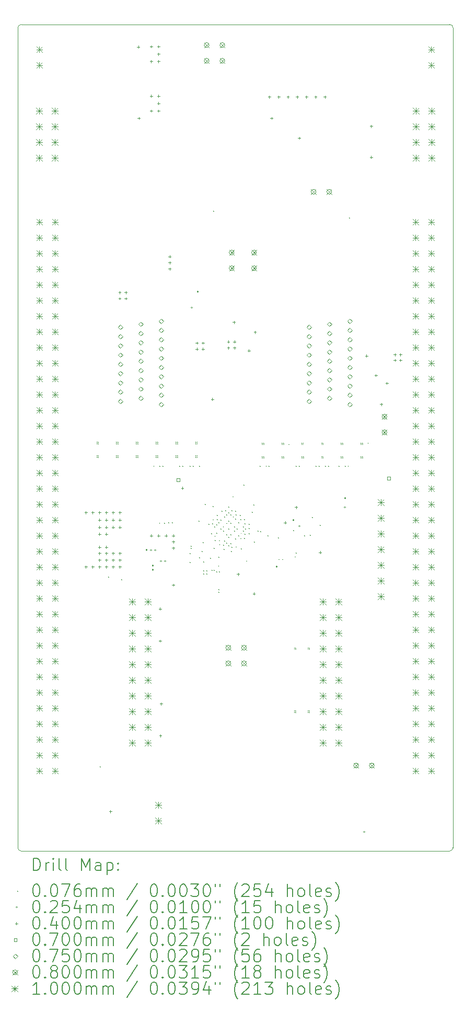
<source format=gbr>
%TF.GenerationSoftware,KiCad,Pcbnew,(6.0.8-1)-1*%
%TF.CreationDate,2022-10-19T14:42:34-05:00*%
%TF.ProjectId,NR1B-SQT56,4e523142-2d53-4515-9435-362e6b696361,rev?*%
%TF.SameCoordinates,Original*%
%TF.FileFunction,Drillmap*%
%TF.FilePolarity,Positive*%
%FSLAX45Y45*%
G04 Gerber Fmt 4.5, Leading zero omitted, Abs format (unit mm)*
G04 Created by KiCad (PCBNEW (6.0.8-1)-1) date 2022-10-19 14:42:34*
%MOMM*%
%LPD*%
G01*
G04 APERTURE LIST*
%ADD10C,0.100000*%
%ADD11C,0.200000*%
%ADD12C,0.007620*%
%ADD13C,0.025400*%
%ADD14C,0.040000*%
%ADD15C,0.070000*%
%ADD16C,0.075000*%
%ADD17C,0.080000*%
G04 APERTURE END LIST*
D10*
X13099997Y-4407000D02*
G75*
G03*
X13047000Y-4351000I-53697J2260D01*
G01*
X13045000Y-17741000D02*
G75*
G03*
X13100000Y-17686000I0J55000D01*
G01*
X13100000Y-4407000D02*
X13100000Y-17686000D01*
X6050001Y-17686000D02*
G75*
G03*
X6103000Y-17741000I53699J-1290D01*
G01*
X6105000Y-4351000D02*
G75*
G03*
X6050000Y-4406000I0J-55000D01*
G01*
X6105000Y-4351000D02*
X13047000Y-4351000D01*
X6050000Y-4406000D02*
X6050000Y-17686000D01*
X13045000Y-17741000D02*
X6103000Y-17741000D01*
D11*
D12*
X7323690Y-11112190D02*
X7331310Y-11119810D01*
X7331310Y-11112190D02*
X7323690Y-11119810D01*
X7323690Y-11136190D02*
X7331310Y-11143810D01*
X7331310Y-11136190D02*
X7323690Y-11143810D01*
X7323690Y-11333690D02*
X7331310Y-11341310D01*
X7331310Y-11333690D02*
X7323690Y-11341310D01*
X7323690Y-11357690D02*
X7331310Y-11365310D01*
X7331310Y-11357690D02*
X7323690Y-11365310D01*
X7347690Y-11112190D02*
X7355310Y-11119810D01*
X7355310Y-11112190D02*
X7347690Y-11119810D01*
X7347690Y-11136190D02*
X7355310Y-11143810D01*
X7355310Y-11136190D02*
X7347690Y-11143810D01*
X7347690Y-11333690D02*
X7355310Y-11341310D01*
X7355310Y-11333690D02*
X7347690Y-11341310D01*
X7347690Y-11357690D02*
X7355310Y-11365310D01*
X7355310Y-11357690D02*
X7347690Y-11365310D01*
X7376190Y-16366190D02*
X7383810Y-16373810D01*
X7383810Y-16366190D02*
X7376190Y-16373810D01*
X7512190Y-13291190D02*
X7519810Y-13298810D01*
X7519810Y-13291190D02*
X7512190Y-13298810D01*
X7643690Y-11112190D02*
X7651310Y-11119810D01*
X7651310Y-11112190D02*
X7643690Y-11119810D01*
X7643690Y-11136190D02*
X7651310Y-11143810D01*
X7651310Y-11136190D02*
X7643690Y-11143810D01*
X7643690Y-11333690D02*
X7651310Y-11341310D01*
X7651310Y-11333690D02*
X7643690Y-11341310D01*
X7643690Y-11357690D02*
X7651310Y-11365310D01*
X7651310Y-11357690D02*
X7643690Y-11365310D01*
X7667690Y-11112190D02*
X7675310Y-11119810D01*
X7675310Y-11112190D02*
X7667690Y-11119810D01*
X7667690Y-11136190D02*
X7675310Y-11143810D01*
X7675310Y-11136190D02*
X7667690Y-11143810D01*
X7667690Y-11333690D02*
X7675310Y-11341310D01*
X7675310Y-11333690D02*
X7667690Y-11341310D01*
X7667690Y-11357690D02*
X7675310Y-11365310D01*
X7675310Y-11357690D02*
X7667690Y-11365310D01*
X7725190Y-13334190D02*
X7732810Y-13341810D01*
X7732810Y-13334190D02*
X7725190Y-13341810D01*
X7963690Y-11112690D02*
X7971310Y-11120310D01*
X7971310Y-11112690D02*
X7963690Y-11120310D01*
X7963690Y-11136690D02*
X7971310Y-11144310D01*
X7971310Y-11136690D02*
X7963690Y-11144310D01*
X7963690Y-11334190D02*
X7971310Y-11341810D01*
X7971310Y-11334190D02*
X7963690Y-11341810D01*
X7963690Y-11358190D02*
X7971310Y-11365810D01*
X7971310Y-11358190D02*
X7963690Y-11365810D01*
X7987690Y-11112690D02*
X7995310Y-11120310D01*
X7995310Y-11112690D02*
X7987690Y-11120310D01*
X7987690Y-11136690D02*
X7995310Y-11144310D01*
X7995310Y-11136690D02*
X7987690Y-11144310D01*
X7987690Y-11334190D02*
X7995310Y-11341810D01*
X7995310Y-11334190D02*
X7987690Y-11341810D01*
X7987690Y-11358190D02*
X7995310Y-11365810D01*
X7995310Y-11358190D02*
X7987690Y-11365810D01*
X8246190Y-11496190D02*
X8253810Y-11503810D01*
X8253810Y-11496190D02*
X8246190Y-11503810D01*
X8283690Y-11112690D02*
X8291310Y-11120310D01*
X8291310Y-11112690D02*
X8283690Y-11120310D01*
X8283690Y-11136690D02*
X8291310Y-11144310D01*
X8291310Y-11136690D02*
X8283690Y-11144310D01*
X8283690Y-11334190D02*
X8291310Y-11341810D01*
X8291310Y-11334190D02*
X8283690Y-11341810D01*
X8283690Y-11358190D02*
X8291310Y-11365810D01*
X8291310Y-11358190D02*
X8283690Y-11365810D01*
X8307690Y-11112690D02*
X8315310Y-11120310D01*
X8315310Y-11112690D02*
X8307690Y-11120310D01*
X8307690Y-11136690D02*
X8315310Y-11144310D01*
X8315310Y-11136690D02*
X8307690Y-11144310D01*
X8307690Y-11334190D02*
X8315310Y-11341810D01*
X8315310Y-11334190D02*
X8307690Y-11341810D01*
X8307690Y-11358190D02*
X8315310Y-11365810D01*
X8315310Y-11358190D02*
X8307690Y-11365810D01*
X8339190Y-12420190D02*
X8346810Y-12427810D01*
X8346810Y-12420190D02*
X8339190Y-12427810D01*
X8346190Y-11496190D02*
X8353810Y-11503810D01*
X8353810Y-11496190D02*
X8346190Y-11503810D01*
X8396190Y-11496190D02*
X8403810Y-11503810D01*
X8403810Y-11496190D02*
X8396190Y-11503810D01*
X8420190Y-12419190D02*
X8427810Y-12426810D01*
X8427810Y-12419190D02*
X8420190Y-12426810D01*
X8485190Y-12417190D02*
X8492810Y-12424810D01*
X8492810Y-12417190D02*
X8485190Y-12424810D01*
X8547190Y-12417190D02*
X8554810Y-12424810D01*
X8554810Y-12417190D02*
X8547190Y-12424810D01*
X8603690Y-11112690D02*
X8611310Y-11120310D01*
X8611310Y-11112690D02*
X8603690Y-11120310D01*
X8603690Y-11136690D02*
X8611310Y-11144310D01*
X8611310Y-11136690D02*
X8603690Y-11144310D01*
X8603690Y-11334190D02*
X8611310Y-11341810D01*
X8611310Y-11334190D02*
X8603690Y-11341810D01*
X8603690Y-11358190D02*
X8611310Y-11365810D01*
X8611310Y-11358190D02*
X8603690Y-11365810D01*
X8627690Y-11112690D02*
X8635310Y-11120310D01*
X8635310Y-11112690D02*
X8627690Y-11120310D01*
X8627690Y-11136690D02*
X8635310Y-11144310D01*
X8635310Y-11136690D02*
X8627690Y-11144310D01*
X8627690Y-11334190D02*
X8635310Y-11341810D01*
X8635310Y-11334190D02*
X8627690Y-11341810D01*
X8627690Y-11358190D02*
X8635310Y-11365810D01*
X8635310Y-11358190D02*
X8627690Y-11365810D01*
X8666190Y-11496190D02*
X8673810Y-11503810D01*
X8673810Y-11496190D02*
X8666190Y-11503810D01*
X8716190Y-11496190D02*
X8723810Y-11503810D01*
X8723810Y-11496190D02*
X8716190Y-11503810D01*
X8836190Y-11496190D02*
X8843810Y-11503810D01*
X8843810Y-11496190D02*
X8836190Y-11503810D01*
X8836190Y-12916190D02*
X8843810Y-12923810D01*
X8843810Y-12916190D02*
X8836190Y-12923810D01*
X8836190Y-13056190D02*
X8843810Y-13063810D01*
X8843810Y-13056190D02*
X8836190Y-13063810D01*
X8851190Y-12793410D02*
X8858810Y-12801030D01*
X8858810Y-12793410D02*
X8851190Y-12801030D01*
X8851190Y-12828970D02*
X8858810Y-12836590D01*
X8858810Y-12828970D02*
X8851190Y-12836590D01*
X8886190Y-11496190D02*
X8893810Y-11503810D01*
X8893810Y-11496190D02*
X8886190Y-11503810D01*
X8924690Y-11112190D02*
X8932310Y-11119810D01*
X8932310Y-11112190D02*
X8924690Y-11119810D01*
X8924690Y-11136190D02*
X8932310Y-11143810D01*
X8932310Y-11136190D02*
X8924690Y-11143810D01*
X8924690Y-11333690D02*
X8932310Y-11341310D01*
X8932310Y-11333690D02*
X8924690Y-11341310D01*
X8924690Y-11357690D02*
X8932310Y-11365310D01*
X8932310Y-11357690D02*
X8924690Y-11365310D01*
X8948690Y-11112190D02*
X8956310Y-11119810D01*
X8956310Y-11112190D02*
X8948690Y-11119810D01*
X8948690Y-11136190D02*
X8956310Y-11143810D01*
X8956310Y-11136190D02*
X8948690Y-11143810D01*
X8948690Y-11333690D02*
X8956310Y-11341310D01*
X8956310Y-11333690D02*
X8948690Y-11341310D01*
X8948690Y-11357690D02*
X8956310Y-11365310D01*
X8956310Y-11357690D02*
X8948690Y-11365310D01*
X8978190Y-12387190D02*
X8985810Y-12394810D01*
X8985810Y-12387190D02*
X8978190Y-12394810D01*
X8986190Y-11496190D02*
X8993810Y-11503810D01*
X8993810Y-11496190D02*
X8986190Y-11503810D01*
X8986190Y-12981190D02*
X8993810Y-12988810D01*
X8993810Y-12981190D02*
X8986190Y-12988810D01*
X9026190Y-12876190D02*
X9033810Y-12883810D01*
X9033810Y-12876190D02*
X9026190Y-12883810D01*
X9046190Y-12736190D02*
X9053810Y-12743810D01*
X9053810Y-12736190D02*
X9046190Y-12743810D01*
X9051190Y-13051190D02*
X9058810Y-13058810D01*
X9058810Y-13051190D02*
X9051190Y-13058810D01*
X9056190Y-13196190D02*
X9063810Y-13203810D01*
X9063810Y-13196190D02*
X9056190Y-13203810D01*
X9056190Y-13246190D02*
X9063810Y-13253810D01*
X9063810Y-13246190D02*
X9056190Y-13253810D01*
X9081190Y-12118190D02*
X9088810Y-12125810D01*
X9088810Y-12118190D02*
X9081190Y-12125810D01*
X9106190Y-13196190D02*
X9113810Y-13203810D01*
X9113810Y-13196190D02*
X9106190Y-13203810D01*
X9106190Y-13246190D02*
X9113810Y-13253810D01*
X9113810Y-13246190D02*
X9106190Y-13253810D01*
X9136696Y-12437953D02*
X9144316Y-12445573D01*
X9144316Y-12437953D02*
X9136696Y-12445573D01*
X9161190Y-12992190D02*
X9168810Y-12999810D01*
X9168810Y-12992190D02*
X9161190Y-12999810D01*
X9185470Y-12595470D02*
X9193090Y-12603090D01*
X9193090Y-12595470D02*
X9185470Y-12603090D01*
X9188410Y-13181190D02*
X9196030Y-13188810D01*
X9196030Y-13181190D02*
X9188410Y-13188810D01*
X9201750Y-12432296D02*
X9209370Y-12439916D01*
X9209370Y-12432296D02*
X9201750Y-12439916D01*
X9206088Y-12153792D02*
X9213708Y-12161412D01*
X9213708Y-12153792D02*
X9206088Y-12161412D01*
X9207407Y-12367243D02*
X9215027Y-12374863D01*
X9215027Y-12367243D02*
X9207407Y-12374863D01*
X9216190Y-7366190D02*
X9223810Y-7373810D01*
X9223810Y-7366190D02*
X9216190Y-7373810D01*
X9223970Y-13181190D02*
X9231590Y-13188810D01*
X9231590Y-13181190D02*
X9223970Y-13188810D01*
X9226190Y-12831190D02*
X9233810Y-12838810D01*
X9233810Y-12831190D02*
X9226190Y-12838810D01*
X9230742Y-12481087D02*
X9238362Y-12488707D01*
X9238362Y-12481087D02*
X9230742Y-12488707D01*
X9237106Y-12635943D02*
X9244726Y-12643563D01*
X9244726Y-12635943D02*
X9237106Y-12643563D01*
X9242055Y-12701704D02*
X9249675Y-12709324D01*
X9249675Y-12701704D02*
X9242055Y-12709324D01*
X9265190Y-13209190D02*
X9272810Y-13216810D01*
X9272810Y-13209190D02*
X9265190Y-13216810D01*
X9266097Y-12445731D02*
X9273717Y-12453351D01*
X9273717Y-12445731D02*
X9266097Y-12453351D01*
X9266097Y-12587153D02*
X9273717Y-12594773D01*
X9273717Y-12587153D02*
X9266097Y-12594773D01*
X9272461Y-12361586D02*
X9280081Y-12369206D01*
X9280081Y-12361586D02*
X9272461Y-12369206D01*
X9278118Y-12296532D02*
X9285738Y-12304152D01*
X9285738Y-12296532D02*
X9278118Y-12304152D01*
X9296190Y-13116190D02*
X9303810Y-13123810D01*
X9303810Y-13116190D02*
X9296190Y-13123810D01*
X9298690Y-13496190D02*
X9306310Y-13503810D01*
X9306310Y-13496190D02*
X9298690Y-13503810D01*
X9298690Y-13543690D02*
X9306310Y-13551310D01*
X9306310Y-13543690D02*
X9298690Y-13551310D01*
X9300841Y-12976361D02*
X9308461Y-12983981D01*
X9308461Y-12976361D02*
X9300841Y-12983981D01*
X9301452Y-12410376D02*
X9309072Y-12417996D01*
X9309072Y-12410376D02*
X9301452Y-12417996D01*
X9306190Y-13211190D02*
X9313810Y-13218810D01*
X9313810Y-13211190D02*
X9306190Y-13218810D01*
X9307816Y-12706654D02*
X9315436Y-12714274D01*
X9315436Y-12706654D02*
X9307816Y-12714274D01*
X9312766Y-12772415D02*
X9320386Y-12780035D01*
X9320386Y-12772415D02*
X9312766Y-12780035D01*
X9333979Y-12516442D02*
X9341599Y-12524062D01*
X9341599Y-12516442D02*
X9333979Y-12524062D01*
X9336190Y-12375190D02*
X9343810Y-12382810D01*
X9343810Y-12375190D02*
X9336190Y-12382810D01*
X9348828Y-12225821D02*
X9356448Y-12233441D01*
X9356448Y-12225821D02*
X9348828Y-12233441D01*
X9372163Y-12481087D02*
X9379783Y-12488707D01*
X9379783Y-12481087D02*
X9372163Y-12488707D01*
X9372870Y-12552504D02*
X9380490Y-12560124D01*
X9380490Y-12552504D02*
X9372870Y-12560124D01*
X9378527Y-12777364D02*
X9386147Y-12784984D01*
X9386147Y-12777364D02*
X9378527Y-12784984D01*
X9384184Y-12843832D02*
X9391804Y-12851452D01*
X9391804Y-12843832D02*
X9384184Y-12851452D01*
X9391962Y-12319866D02*
X9399582Y-12327486D01*
X9399582Y-12319866D02*
X9391962Y-12327486D01*
X9391962Y-12713018D02*
X9399582Y-12720638D01*
X9399582Y-12713018D02*
X9391962Y-12720638D01*
X9413882Y-12220164D02*
X9421502Y-12227784D01*
X9421502Y-12220164D02*
X9413882Y-12227784D01*
X9426610Y-12747666D02*
X9434230Y-12755286D01*
X9434230Y-12747666D02*
X9426610Y-12755286D01*
X9427317Y-12284511D02*
X9434937Y-12292131D01*
X9434937Y-12284511D02*
X9427317Y-12292131D01*
X9427317Y-12608366D02*
X9434937Y-12615986D01*
X9434937Y-12608366D02*
X9427317Y-12615986D01*
X9428024Y-12426639D02*
X9435644Y-12434259D01*
X9435644Y-12426639D02*
X9428024Y-12434259D01*
X9462673Y-12390577D02*
X9470293Y-12398197D01*
X9470293Y-12390577D02*
X9462673Y-12398197D01*
X9463026Y-12516796D02*
X9470646Y-12524416D01*
X9470646Y-12516796D02*
X9463026Y-12524416D01*
X9463380Y-12249863D02*
X9471000Y-12257483D01*
X9471000Y-12249863D02*
X9463380Y-12257483D01*
X9463380Y-12650085D02*
X9471000Y-12657705D01*
X9471000Y-12650085D02*
X9463380Y-12657705D01*
X9463380Y-12784436D02*
X9471000Y-12792056D01*
X9471000Y-12784436D02*
X9463380Y-12792056D01*
X9464190Y-12157190D02*
X9471810Y-12164810D01*
X9471810Y-12157190D02*
X9464190Y-12164810D01*
X9498028Y-12284511D02*
X9505648Y-12292131D01*
X9505648Y-12284511D02*
X9498028Y-12292131D01*
X9498028Y-12606952D02*
X9505648Y-12614572D01*
X9505648Y-12606952D02*
X9498028Y-12614572D01*
X9498735Y-12425225D02*
X9506355Y-12432845D01*
X9506355Y-12425225D02*
X9498735Y-12432845D01*
X9498735Y-12749080D02*
X9506355Y-12756700D01*
X9506355Y-12749080D02*
X9498735Y-12756700D01*
X9506513Y-12878481D02*
X9514133Y-12886101D01*
X9514133Y-12878481D02*
X9506513Y-12886101D01*
X9510756Y-12813427D02*
X9518376Y-12821047D01*
X9518376Y-12813427D02*
X9510756Y-12821047D01*
X9511463Y-12220164D02*
X9519083Y-12227784D01*
X9519083Y-12220164D02*
X9511463Y-12227784D01*
X9525101Y-11995101D02*
X9532721Y-12002721D01*
X9532721Y-11995101D02*
X9525101Y-12002721D01*
X9533383Y-12319866D02*
X9541003Y-12327486D01*
X9541003Y-12319866D02*
X9533383Y-12327486D01*
X9553182Y-12481087D02*
X9560802Y-12488707D01*
X9560802Y-12481087D02*
X9553182Y-12488707D01*
X9553889Y-12552504D02*
X9561509Y-12560124D01*
X9561509Y-12552504D02*
X9553889Y-12560124D01*
X9569446Y-12355929D02*
X9577066Y-12363549D01*
X9577066Y-12355929D02*
X9569446Y-12363549D01*
X9569446Y-12678369D02*
X9577066Y-12685989D01*
X9577066Y-12678369D02*
X9569446Y-12685989D01*
X9574395Y-12226528D02*
X9582015Y-12234148D01*
X9582015Y-12226528D02*
X9574395Y-12234148D01*
X9577224Y-12807770D02*
X9584844Y-12815390D01*
X9584844Y-12807770D02*
X9577224Y-12815390D01*
X9582174Y-12290875D02*
X9589794Y-12298495D01*
X9589794Y-12290875D02*
X9582174Y-12298495D01*
X9596316Y-12517149D02*
X9603936Y-12524769D01*
X9603936Y-12517149D02*
X9596316Y-12524769D01*
X9623893Y-12622508D02*
X9631513Y-12630128D01*
X9631513Y-12622508D02*
X9623893Y-12630128D01*
X9624600Y-12411083D02*
X9632220Y-12418703D01*
X9632220Y-12411083D02*
X9624600Y-12418703D01*
X9648642Y-12296532D02*
X9656262Y-12304152D01*
X9656262Y-12296532D02*
X9648642Y-12304152D01*
X9652884Y-12361586D02*
X9660504Y-12369206D01*
X9660504Y-12361586D02*
X9652884Y-12369206D01*
X9653591Y-12672006D02*
X9661211Y-12679626D01*
X9661211Y-12672006D02*
X9653591Y-12679626D01*
X9659955Y-12587860D02*
X9667575Y-12595480D01*
X9667575Y-12587860D02*
X9659955Y-12595480D01*
X9661190Y-12838690D02*
X9668810Y-12846310D01*
X9668810Y-12838690D02*
X9661190Y-12846310D01*
X9695311Y-12481794D02*
X9702931Y-12489414D01*
X9702931Y-12481794D02*
X9695311Y-12489414D01*
X9695311Y-12552504D02*
X9702931Y-12560124D01*
X9702931Y-12552504D02*
X9695311Y-12560124D01*
X9703690Y-11803690D02*
X9711310Y-11811310D01*
X9711310Y-11803690D02*
X9703690Y-11811310D01*
X9718645Y-12366535D02*
X9726265Y-12374155D01*
X9726265Y-12366535D02*
X9718645Y-12374155D01*
X9718645Y-12666349D02*
X9726265Y-12673969D01*
X9726265Y-12666349D02*
X9718645Y-12673969D01*
X9724302Y-12433003D02*
X9731922Y-12440623D01*
X9731922Y-12433003D02*
X9724302Y-12440623D01*
X9724302Y-12601295D02*
X9731922Y-12608915D01*
X9731922Y-12601295D02*
X9724302Y-12608915D01*
X9730666Y-12517149D02*
X9738286Y-12524769D01*
X9738286Y-12517149D02*
X9730666Y-12524769D01*
X9746190Y-13036190D02*
X9753810Y-13043810D01*
X9753810Y-13036190D02*
X9746190Y-13043810D01*
X9787942Y-12595638D02*
X9795562Y-12603258D01*
X9795562Y-12595638D02*
X9787942Y-12603258D01*
X9789356Y-12437246D02*
X9796976Y-12444866D01*
X9796976Y-12437246D02*
X9789356Y-12444866D01*
X9795013Y-12503714D02*
X9802633Y-12511334D01*
X9802633Y-12503714D02*
X9795013Y-12511334D01*
X9844510Y-12241377D02*
X9852130Y-12248997D01*
X9852130Y-12241377D02*
X9844510Y-12248997D01*
X9866190Y-12126190D02*
X9873810Y-12133810D01*
X9873810Y-12126190D02*
X9866190Y-12133810D01*
X9876112Y-12724674D02*
X9883732Y-12732294D01*
X9883732Y-12724674D02*
X9876112Y-12732294D01*
X9937495Y-12552151D02*
X9945115Y-12559771D01*
X9945115Y-12552151D02*
X9937495Y-12559771D01*
X9966190Y-11496190D02*
X9973810Y-11503810D01*
X9973810Y-11496190D02*
X9966190Y-11503810D01*
X9978690Y-12556190D02*
X9986310Y-12563810D01*
X9986310Y-12556190D02*
X9978690Y-12563810D01*
X10004190Y-11124190D02*
X10011810Y-11131810D01*
X10011810Y-11124190D02*
X10004190Y-11131810D01*
X10004190Y-11148190D02*
X10011810Y-11155810D01*
X10011810Y-11148190D02*
X10004190Y-11155810D01*
X10004190Y-11344190D02*
X10011810Y-11351810D01*
X10011810Y-11344190D02*
X10004190Y-11351810D01*
X10004190Y-11368190D02*
X10011810Y-11375810D01*
X10011810Y-11368190D02*
X10004190Y-11375810D01*
X10028190Y-11124190D02*
X10035810Y-11131810D01*
X10035810Y-11124190D02*
X10028190Y-11131810D01*
X10028190Y-11148190D02*
X10035810Y-11155810D01*
X10035810Y-11148190D02*
X10028190Y-11155810D01*
X10028190Y-11344190D02*
X10035810Y-11351810D01*
X10035810Y-11344190D02*
X10028190Y-11351810D01*
X10028190Y-11368190D02*
X10035810Y-11375810D01*
X10035810Y-11368190D02*
X10028190Y-11375810D01*
X10066190Y-11496190D02*
X10073810Y-11503810D01*
X10073810Y-11496190D02*
X10066190Y-11503810D01*
X10093690Y-12628690D02*
X10101310Y-12636310D01*
X10101310Y-12628690D02*
X10093690Y-12636310D01*
X10116190Y-11496190D02*
X10123810Y-11503810D01*
X10123810Y-11496190D02*
X10116190Y-11503810D01*
X10266190Y-12662190D02*
X10273810Y-12669810D01*
X10273810Y-12662190D02*
X10266190Y-12669810D01*
X10276190Y-13011190D02*
X10283810Y-13018810D01*
X10283810Y-13011190D02*
X10276190Y-13018810D01*
X10323690Y-11124190D02*
X10331310Y-11131810D01*
X10331310Y-11124190D02*
X10323690Y-11131810D01*
X10323690Y-11148190D02*
X10331310Y-11155810D01*
X10331310Y-11148190D02*
X10323690Y-11155810D01*
X10324190Y-11344190D02*
X10331810Y-11351810D01*
X10331810Y-11344190D02*
X10324190Y-11351810D01*
X10324190Y-11368190D02*
X10331810Y-11375810D01*
X10331810Y-11368190D02*
X10324190Y-11375810D01*
X10331190Y-13011190D02*
X10338810Y-13018810D01*
X10338810Y-13011190D02*
X10331190Y-13018810D01*
X10347690Y-11124190D02*
X10355310Y-11131810D01*
X10355310Y-11124190D02*
X10347690Y-11131810D01*
X10347690Y-11148190D02*
X10355310Y-11155810D01*
X10355310Y-11148190D02*
X10347690Y-11155810D01*
X10348190Y-11344190D02*
X10355810Y-11351810D01*
X10355810Y-11344190D02*
X10348190Y-11351810D01*
X10348190Y-11368190D02*
X10355810Y-11375810D01*
X10355810Y-11368190D02*
X10348190Y-11375810D01*
X10436190Y-11148190D02*
X10443810Y-11155810D01*
X10443810Y-11148190D02*
X10436190Y-11155810D01*
X10509190Y-12538190D02*
X10516810Y-12545810D01*
X10516810Y-12538190D02*
X10509190Y-12545810D01*
X10523690Y-14443690D02*
X10531310Y-14451310D01*
X10531310Y-14443690D02*
X10523690Y-14451310D01*
X10523690Y-14467690D02*
X10531310Y-14475310D01*
X10531310Y-14467690D02*
X10523690Y-14475310D01*
X10523690Y-15461190D02*
X10531310Y-15468810D01*
X10531310Y-15461190D02*
X10523690Y-15468810D01*
X10523690Y-15485190D02*
X10531310Y-15492810D01*
X10531310Y-15485190D02*
X10523690Y-15492810D01*
X10538690Y-12968690D02*
X10546310Y-12976310D01*
X10546310Y-12968690D02*
X10538690Y-12976310D01*
X10547690Y-14443690D02*
X10555310Y-14451310D01*
X10555310Y-14443690D02*
X10547690Y-14451310D01*
X10547690Y-14467690D02*
X10555310Y-14475310D01*
X10555310Y-14467690D02*
X10547690Y-14475310D01*
X10547690Y-15461190D02*
X10555310Y-15468810D01*
X10555310Y-15461190D02*
X10547690Y-15468810D01*
X10547690Y-15485190D02*
X10555310Y-15492810D01*
X10555310Y-15485190D02*
X10547690Y-15492810D01*
X10551190Y-12906190D02*
X10558810Y-12913810D01*
X10558810Y-12906190D02*
X10551190Y-12913810D01*
X10556190Y-11496190D02*
X10563810Y-11503810D01*
X10563810Y-11496190D02*
X10556190Y-11503810D01*
X10606190Y-11496190D02*
X10613810Y-11503810D01*
X10613810Y-11496190D02*
X10606190Y-11503810D01*
X10643690Y-11124190D02*
X10651310Y-11131810D01*
X10651310Y-11124190D02*
X10643690Y-11131810D01*
X10643690Y-11148190D02*
X10651310Y-11155810D01*
X10651310Y-11148190D02*
X10643690Y-11155810D01*
X10644190Y-11344190D02*
X10651810Y-11351810D01*
X10651810Y-11344190D02*
X10644190Y-11351810D01*
X10644190Y-11368190D02*
X10651810Y-11375810D01*
X10651810Y-11368190D02*
X10644190Y-11375810D01*
X10667690Y-11124190D02*
X10675310Y-11131810D01*
X10675310Y-11124190D02*
X10667690Y-11131810D01*
X10667690Y-11148190D02*
X10675310Y-11155810D01*
X10675310Y-11148190D02*
X10667690Y-11155810D01*
X10668190Y-11344190D02*
X10675810Y-11351810D01*
X10675810Y-11344190D02*
X10668190Y-11351810D01*
X10668190Y-11368190D02*
X10675810Y-11375810D01*
X10675810Y-11368190D02*
X10668190Y-11375810D01*
X10690190Y-12623190D02*
X10697810Y-12630810D01*
X10697810Y-12623190D02*
X10690190Y-12630810D01*
X10743690Y-14443690D02*
X10751310Y-14451310D01*
X10751310Y-14443690D02*
X10743690Y-14451310D01*
X10743690Y-14467690D02*
X10751310Y-14475310D01*
X10751310Y-14467690D02*
X10743690Y-14475310D01*
X10743690Y-15461190D02*
X10751310Y-15468810D01*
X10751310Y-15461190D02*
X10743690Y-15468810D01*
X10743690Y-15485190D02*
X10751310Y-15492810D01*
X10751310Y-15485190D02*
X10743690Y-15492810D01*
X10767690Y-14443690D02*
X10775310Y-14451310D01*
X10775310Y-14443690D02*
X10767690Y-14451310D01*
X10767690Y-14467690D02*
X10775310Y-14475310D01*
X10775310Y-14467690D02*
X10767690Y-14475310D01*
X10767690Y-15461190D02*
X10775310Y-15468810D01*
X10775310Y-15461190D02*
X10767690Y-15468810D01*
X10767690Y-15485190D02*
X10775310Y-15492810D01*
X10775310Y-15485190D02*
X10767690Y-15492810D01*
X10781190Y-12620190D02*
X10788810Y-12627810D01*
X10788810Y-12620190D02*
X10781190Y-12627810D01*
X10818190Y-12327190D02*
X10825810Y-12334810D01*
X10825810Y-12327190D02*
X10818190Y-12334810D01*
X10876190Y-11496190D02*
X10883810Y-11503810D01*
X10883810Y-11496190D02*
X10876190Y-11503810D01*
X10926190Y-11496190D02*
X10933810Y-11503810D01*
X10933810Y-11496190D02*
X10926190Y-11503810D01*
X10943190Y-12454190D02*
X10950810Y-12461810D01*
X10950810Y-12454190D02*
X10943190Y-12461810D01*
X10963690Y-11124190D02*
X10971310Y-11131810D01*
X10971310Y-11124190D02*
X10963690Y-11131810D01*
X10963690Y-11148190D02*
X10971310Y-11155810D01*
X10971310Y-11148190D02*
X10963690Y-11155810D01*
X10964190Y-11344190D02*
X10971810Y-11351810D01*
X10971810Y-11344190D02*
X10964190Y-11351810D01*
X10964190Y-11368190D02*
X10971810Y-11375810D01*
X10971810Y-11368190D02*
X10964190Y-11375810D01*
X10987690Y-11124190D02*
X10995310Y-11131810D01*
X10995310Y-11124190D02*
X10987690Y-11131810D01*
X10987690Y-11148190D02*
X10995310Y-11155810D01*
X10995310Y-11148190D02*
X10987690Y-11155810D01*
X10988190Y-11344190D02*
X10995810Y-11351810D01*
X10995810Y-11344190D02*
X10988190Y-11351810D01*
X10988190Y-11368190D02*
X10995810Y-11375810D01*
X10995810Y-11368190D02*
X10988190Y-11375810D01*
X11026190Y-11496190D02*
X11033810Y-11503810D01*
X11033810Y-11496190D02*
X11026190Y-11503810D01*
X11076190Y-11496190D02*
X11083810Y-11503810D01*
X11083810Y-11496190D02*
X11076190Y-11503810D01*
X11246190Y-11496190D02*
X11253810Y-11503810D01*
X11253810Y-11496190D02*
X11246190Y-11503810D01*
X11283690Y-11124190D02*
X11291310Y-11131810D01*
X11291310Y-11124190D02*
X11283690Y-11131810D01*
X11283690Y-11148190D02*
X11291310Y-11155810D01*
X11291310Y-11148190D02*
X11283690Y-11155810D01*
X11284190Y-11344190D02*
X11291810Y-11351810D01*
X11291810Y-11344190D02*
X11284190Y-11351810D01*
X11284190Y-11368190D02*
X11291810Y-11375810D01*
X11291810Y-11368190D02*
X11284190Y-11375810D01*
X11307690Y-11124190D02*
X11315310Y-11131810D01*
X11315310Y-11124190D02*
X11307690Y-11131810D01*
X11307690Y-11148190D02*
X11315310Y-11155810D01*
X11315310Y-11148190D02*
X11307690Y-11155810D01*
X11308190Y-11344190D02*
X11315810Y-11351810D01*
X11315810Y-11344190D02*
X11308190Y-11351810D01*
X11308190Y-11368190D02*
X11315810Y-11375810D01*
X11315810Y-11368190D02*
X11308190Y-11375810D01*
X11346190Y-11496190D02*
X11353810Y-11503810D01*
X11353810Y-11496190D02*
X11346190Y-11503810D01*
X11396190Y-11496190D02*
X11403810Y-11503810D01*
X11403810Y-11496190D02*
X11396190Y-11503810D01*
X11418690Y-7476190D02*
X11426310Y-7483810D01*
X11426310Y-7476190D02*
X11418690Y-7483810D01*
X11603690Y-11124190D02*
X11611310Y-11131810D01*
X11611310Y-11124190D02*
X11603690Y-11131810D01*
X11603690Y-11148190D02*
X11611310Y-11155810D01*
X11611310Y-11148190D02*
X11603690Y-11155810D01*
X11604190Y-11344190D02*
X11611810Y-11351810D01*
X11611810Y-11344190D02*
X11604190Y-11351810D01*
X11604190Y-11368190D02*
X11611810Y-11375810D01*
X11611810Y-11368190D02*
X11604190Y-11375810D01*
X11627690Y-11124190D02*
X11635310Y-11131810D01*
X11635310Y-11124190D02*
X11627690Y-11131810D01*
X11627690Y-11148190D02*
X11635310Y-11155810D01*
X11635310Y-11148190D02*
X11627690Y-11155810D01*
X11628190Y-11344190D02*
X11635810Y-11351810D01*
X11635810Y-11344190D02*
X11628190Y-11351810D01*
X11628190Y-11368190D02*
X11635810Y-11375810D01*
X11635810Y-11368190D02*
X11628190Y-11375810D01*
X11717190Y-11124190D02*
X11724810Y-11131810D01*
X11724810Y-11124190D02*
X11717190Y-11131810D01*
D13*
X8148700Y-12866000D02*
G75*
G03*
X8148700Y-12866000I-12700J0D01*
G01*
X8218700Y-12866000D02*
G75*
G03*
X8218700Y-12866000I-12700J0D01*
G01*
X8248700Y-13116000D02*
G75*
G03*
X8248700Y-13116000I-12700J0D01*
G01*
X8248700Y-13186000D02*
G75*
G03*
X8248700Y-13186000I-12700J0D01*
G01*
X8288700Y-12866000D02*
G75*
G03*
X8288700Y-12866000I-12700J0D01*
G01*
X8378700Y-13046000D02*
G75*
G03*
X8378700Y-13046000I-12700J0D01*
G01*
X8448700Y-13046000D02*
G75*
G03*
X8448700Y-13046000I-12700J0D01*
G01*
X8882700Y-8940000D02*
G75*
G03*
X8882700Y-8940000I-12700J0D01*
G01*
X8977700Y-8680000D02*
G75*
G03*
X8977700Y-8680000I-12700J0D01*
G01*
X10255200Y-13135000D02*
G75*
G03*
X10255200Y-13135000I-12700J0D01*
G01*
X10530200Y-12380000D02*
G75*
G03*
X10530200Y-12380000I-12700J0D01*
G01*
X10625200Y-12475000D02*
G75*
G03*
X10625200Y-12475000I-12700J0D01*
G01*
X11362700Y-12025000D02*
G75*
G03*
X11362700Y-12025000I-12700J0D01*
G01*
X11362700Y-12170000D02*
G75*
G03*
X11362700Y-12170000I-12700J0D01*
G01*
X11672700Y-17430000D02*
G75*
G03*
X11672700Y-17430000I-12700J0D01*
G01*
D14*
X7153000Y-12236000D02*
X7153000Y-12276000D01*
X7133000Y-12256000D02*
X7173000Y-12256000D01*
X7153000Y-13116000D02*
X7153000Y-13156000D01*
X7133000Y-13136000D02*
X7173000Y-13136000D01*
X7263000Y-12236000D02*
X7263000Y-12276000D01*
X7243000Y-12256000D02*
X7283000Y-12256000D01*
X7263000Y-13116000D02*
X7263000Y-13156000D01*
X7243000Y-13136000D02*
X7283000Y-13136000D01*
X7373000Y-12236000D02*
X7373000Y-12276000D01*
X7353000Y-12256000D02*
X7393000Y-12256000D01*
X7373000Y-12356000D02*
X7373000Y-12396000D01*
X7353000Y-12376000D02*
X7393000Y-12376000D01*
X7373000Y-12476000D02*
X7373000Y-12516000D01*
X7353000Y-12496000D02*
X7393000Y-12496000D01*
X7373000Y-12586000D02*
X7373000Y-12626000D01*
X7353000Y-12606000D02*
X7393000Y-12606000D01*
X7373000Y-12796000D02*
X7373000Y-12836000D01*
X7353000Y-12816000D02*
X7393000Y-12816000D01*
X7373000Y-12896000D02*
X7373000Y-12936000D01*
X7353000Y-12916000D02*
X7393000Y-12916000D01*
X7373000Y-13006000D02*
X7373000Y-13046000D01*
X7353000Y-13026000D02*
X7393000Y-13026000D01*
X7373000Y-13116000D02*
X7373000Y-13156000D01*
X7353000Y-13136000D02*
X7393000Y-13136000D01*
X7483000Y-12236000D02*
X7483000Y-12276000D01*
X7463000Y-12256000D02*
X7503000Y-12256000D01*
X7483000Y-12356000D02*
X7483000Y-12396000D01*
X7463000Y-12376000D02*
X7503000Y-12376000D01*
X7483000Y-12476000D02*
X7483000Y-12516000D01*
X7463000Y-12496000D02*
X7503000Y-12496000D01*
X7483000Y-12586000D02*
X7483000Y-12626000D01*
X7463000Y-12606000D02*
X7503000Y-12606000D01*
X7483000Y-12796000D02*
X7483000Y-12836000D01*
X7463000Y-12816000D02*
X7503000Y-12816000D01*
X7483000Y-12896000D02*
X7483000Y-12936000D01*
X7463000Y-12916000D02*
X7503000Y-12916000D01*
X7483000Y-13006000D02*
X7483000Y-13046000D01*
X7463000Y-13026000D02*
X7503000Y-13026000D01*
X7483000Y-13116000D02*
X7483000Y-13156000D01*
X7463000Y-13136000D02*
X7503000Y-13136000D01*
X7550000Y-17080000D02*
X7550000Y-17120000D01*
X7530000Y-17100000D02*
X7570000Y-17100000D01*
X7593000Y-12236000D02*
X7593000Y-12276000D01*
X7573000Y-12256000D02*
X7613000Y-12256000D01*
X7593000Y-12356000D02*
X7593000Y-12396000D01*
X7573000Y-12376000D02*
X7613000Y-12376000D01*
X7593000Y-12476000D02*
X7593000Y-12516000D01*
X7573000Y-12496000D02*
X7613000Y-12496000D01*
X7593000Y-12896000D02*
X7593000Y-12936000D01*
X7573000Y-12916000D02*
X7613000Y-12916000D01*
X7593000Y-13006000D02*
X7593000Y-13046000D01*
X7573000Y-13026000D02*
X7613000Y-13026000D01*
X7593000Y-13116000D02*
X7593000Y-13156000D01*
X7573000Y-13136000D02*
X7613000Y-13136000D01*
X7700000Y-8670000D02*
X7700000Y-8710000D01*
X7680000Y-8690000D02*
X7720000Y-8690000D01*
X7700000Y-8770000D02*
X7700000Y-8810000D01*
X7680000Y-8790000D02*
X7720000Y-8790000D01*
X7703000Y-12236000D02*
X7703000Y-12276000D01*
X7683000Y-12256000D02*
X7723000Y-12256000D01*
X7703000Y-12356000D02*
X7703000Y-12396000D01*
X7683000Y-12376000D02*
X7723000Y-12376000D01*
X7703000Y-12476000D02*
X7703000Y-12516000D01*
X7683000Y-12496000D02*
X7723000Y-12496000D01*
X7703000Y-12896000D02*
X7703000Y-12936000D01*
X7683000Y-12916000D02*
X7723000Y-12916000D01*
X7703000Y-13006000D02*
X7703000Y-13046000D01*
X7683000Y-13026000D02*
X7723000Y-13026000D01*
X7703000Y-13116000D02*
X7703000Y-13156000D01*
X7683000Y-13136000D02*
X7723000Y-13136000D01*
X7800000Y-8670000D02*
X7800000Y-8710000D01*
X7780000Y-8690000D02*
X7820000Y-8690000D01*
X7800000Y-8770000D02*
X7800000Y-8810000D01*
X7780000Y-8790000D02*
X7820000Y-8790000D01*
X8002000Y-4694000D02*
X8002000Y-4734000D01*
X7982000Y-4714000D02*
X8022000Y-4714000D01*
X8010000Y-5850000D02*
X8010000Y-5890000D01*
X7990000Y-5870000D02*
X8030000Y-5870000D01*
X8210000Y-4690000D02*
X8210000Y-4730000D01*
X8190000Y-4710000D02*
X8230000Y-4710000D01*
X8210000Y-4930000D02*
X8210000Y-4970000D01*
X8190000Y-4950000D02*
X8230000Y-4950000D01*
X8210000Y-5490000D02*
X8210000Y-5530000D01*
X8190000Y-5510000D02*
X8230000Y-5510000D01*
X8210000Y-5730000D02*
X8210000Y-5770000D01*
X8190000Y-5750000D02*
X8230000Y-5750000D01*
X8210000Y-12610000D02*
X8210000Y-12650000D01*
X8190000Y-12630000D02*
X8230000Y-12630000D01*
X8330000Y-4690000D02*
X8330000Y-4730000D01*
X8310000Y-4710000D02*
X8350000Y-4710000D01*
X8330000Y-4810000D02*
X8330000Y-4850000D01*
X8310000Y-4830000D02*
X8350000Y-4830000D01*
X8330000Y-4930000D02*
X8330000Y-4970000D01*
X8310000Y-4950000D02*
X8350000Y-4950000D01*
X8330000Y-5490000D02*
X8330000Y-5530000D01*
X8310000Y-5510000D02*
X8350000Y-5510000D01*
X8330000Y-5610000D02*
X8330000Y-5650000D01*
X8310000Y-5630000D02*
X8350000Y-5630000D01*
X8330000Y-5730000D02*
X8330000Y-5770000D01*
X8310000Y-5750000D02*
X8350000Y-5750000D01*
X8330000Y-12610000D02*
X8330000Y-12650000D01*
X8310000Y-12630000D02*
X8350000Y-12630000D01*
X8355000Y-13795000D02*
X8355000Y-13835000D01*
X8335000Y-13815000D02*
X8375000Y-13815000D01*
X8355000Y-14315000D02*
X8355000Y-14355000D01*
X8335000Y-14335000D02*
X8375000Y-14335000D01*
X8360000Y-15850000D02*
X8360000Y-15890000D01*
X8340000Y-15870000D02*
X8380000Y-15870000D01*
X8370000Y-15335000D02*
X8370000Y-15375000D01*
X8350000Y-15355000D02*
X8390000Y-15355000D01*
X8450000Y-12610000D02*
X8450000Y-12650000D01*
X8430000Y-12630000D02*
X8470000Y-12630000D01*
X8510000Y-8090000D02*
X8510000Y-8130000D01*
X8490000Y-8110000D02*
X8530000Y-8110000D01*
X8510000Y-8190000D02*
X8510000Y-8230000D01*
X8490000Y-8210000D02*
X8530000Y-8210000D01*
X8510000Y-8290000D02*
X8510000Y-8330000D01*
X8490000Y-8310000D02*
X8530000Y-8310000D01*
X8570000Y-12610000D02*
X8570000Y-12650000D01*
X8550000Y-12630000D02*
X8590000Y-12630000D01*
X8570000Y-12710000D02*
X8570000Y-12750000D01*
X8550000Y-12730000D02*
X8590000Y-12730000D01*
X8570000Y-12810000D02*
X8570000Y-12850000D01*
X8550000Y-12830000D02*
X8590000Y-12830000D01*
X8570000Y-13410000D02*
X8570000Y-13450000D01*
X8550000Y-13430000D02*
X8590000Y-13430000D01*
X8715000Y-11840000D02*
X8715000Y-11880000D01*
X8695000Y-11860000D02*
X8735000Y-11860000D01*
X8950000Y-9490000D02*
X8950000Y-9530000D01*
X8930000Y-9510000D02*
X8970000Y-9510000D01*
X8950000Y-9590000D02*
X8950000Y-9630000D01*
X8930000Y-9610000D02*
X8970000Y-9610000D01*
X9050000Y-9490000D02*
X9050000Y-9530000D01*
X9030000Y-9510000D02*
X9070000Y-9510000D01*
X9050000Y-9590000D02*
X9050000Y-9630000D01*
X9030000Y-9610000D02*
X9070000Y-9610000D01*
X9200000Y-10400000D02*
X9200000Y-10440000D01*
X9180000Y-10420000D02*
X9220000Y-10420000D01*
X9460000Y-9470000D02*
X9460000Y-9510000D01*
X9440000Y-9490000D02*
X9480000Y-9490000D01*
X9460000Y-9570000D02*
X9460000Y-9610000D01*
X9440000Y-9590000D02*
X9480000Y-9590000D01*
X9550000Y-9155000D02*
X9550000Y-9195000D01*
X9530000Y-9175000D02*
X9570000Y-9175000D01*
X9560000Y-9470000D02*
X9560000Y-9510000D01*
X9540000Y-9490000D02*
X9580000Y-9490000D01*
X9560000Y-9570000D02*
X9560000Y-9610000D01*
X9540000Y-9590000D02*
X9580000Y-9590000D01*
X9620000Y-13235000D02*
X9620000Y-13275000D01*
X9600000Y-13255000D02*
X9640000Y-13255000D01*
X9795000Y-9615000D02*
X9795000Y-9655000D01*
X9775000Y-9635000D02*
X9815000Y-9635000D01*
X9875000Y-13550000D02*
X9875000Y-13590000D01*
X9855000Y-13570000D02*
X9895000Y-13570000D01*
X9892500Y-9315000D02*
X9892500Y-9355000D01*
X9872500Y-9335000D02*
X9912500Y-9335000D01*
X10125000Y-5505000D02*
X10125000Y-5545000D01*
X10105000Y-5525000D02*
X10145000Y-5525000D01*
X10160000Y-5850000D02*
X10160000Y-5890000D01*
X10140000Y-5870000D02*
X10180000Y-5870000D01*
X10275000Y-5505000D02*
X10275000Y-5545000D01*
X10255000Y-5525000D02*
X10295000Y-5525000D01*
X10380000Y-12400000D02*
X10380000Y-12440000D01*
X10360000Y-12420000D02*
X10400000Y-12420000D01*
X10425000Y-5505000D02*
X10425000Y-5545000D01*
X10405000Y-5525000D02*
X10445000Y-5525000D01*
X10560000Y-12150000D02*
X10560000Y-12190000D01*
X10540000Y-12170000D02*
X10580000Y-12170000D01*
X10575000Y-5505000D02*
X10575000Y-5545000D01*
X10555000Y-5525000D02*
X10595000Y-5525000D01*
X10610000Y-6170000D02*
X10610000Y-6210000D01*
X10590000Y-6190000D02*
X10630000Y-6190000D01*
X10725000Y-5505000D02*
X10725000Y-5545000D01*
X10705000Y-5525000D02*
X10745000Y-5525000D01*
X10875000Y-5505000D02*
X10875000Y-5545000D01*
X10855000Y-5525000D02*
X10895000Y-5525000D01*
X10948000Y-12881000D02*
X10948000Y-12921000D01*
X10928000Y-12901000D02*
X10968000Y-12901000D01*
X11025000Y-5505000D02*
X11025000Y-5545000D01*
X11005000Y-5525000D02*
X11045000Y-5525000D01*
X11700000Y-9700000D02*
X11700000Y-9740000D01*
X11680000Y-9720000D02*
X11720000Y-9720000D01*
X11775000Y-5980000D02*
X11775000Y-6020000D01*
X11755000Y-6000000D02*
X11795000Y-6000000D01*
X11775000Y-6480000D02*
X11775000Y-6520000D01*
X11755000Y-6500000D02*
X11795000Y-6500000D01*
X11850000Y-10015000D02*
X11850000Y-10055000D01*
X11830000Y-10035000D02*
X11870000Y-10035000D01*
X11939000Y-10484000D02*
X11939000Y-10524000D01*
X11919000Y-10504000D02*
X11959000Y-10504000D01*
X12029000Y-10142000D02*
X12029000Y-10182000D01*
X12009000Y-10162000D02*
X12049000Y-10162000D01*
X12160000Y-9680000D02*
X12160000Y-9720000D01*
X12140000Y-9700000D02*
X12180000Y-9700000D01*
X12160000Y-9770000D02*
X12160000Y-9810000D01*
X12140000Y-9790000D02*
X12180000Y-9790000D01*
X12250000Y-9680000D02*
X12250000Y-9720000D01*
X12230000Y-9700000D02*
X12270000Y-9700000D01*
X12250000Y-9770000D02*
X12250000Y-9810000D01*
X12230000Y-9790000D02*
X12270000Y-9790000D01*
D15*
X8674749Y-11754749D02*
X8674749Y-11705251D01*
X8625251Y-11705251D01*
X8625251Y-11754749D01*
X8674749Y-11754749D01*
X12084749Y-11724749D02*
X12084749Y-11675251D01*
X12035251Y-11675251D01*
X12035251Y-11724749D01*
X12084749Y-11724749D01*
D16*
X7709426Y-9292426D02*
X7746926Y-9254926D01*
X7709426Y-9217426D01*
X7671926Y-9254926D01*
X7709426Y-9292426D01*
X7709426Y-9442426D02*
X7746926Y-9404926D01*
X7709426Y-9367426D01*
X7671926Y-9404926D01*
X7709426Y-9442426D01*
X7709426Y-9592426D02*
X7746926Y-9554926D01*
X7709426Y-9517426D01*
X7671926Y-9554926D01*
X7709426Y-9592426D01*
X7709426Y-9742426D02*
X7746926Y-9704926D01*
X7709426Y-9667426D01*
X7671926Y-9704926D01*
X7709426Y-9742426D01*
X7709426Y-9892426D02*
X7746926Y-9854926D01*
X7709426Y-9817426D01*
X7671926Y-9854926D01*
X7709426Y-9892426D01*
X7709426Y-10042426D02*
X7746926Y-10004926D01*
X7709426Y-9967426D01*
X7671926Y-10004926D01*
X7709426Y-10042426D01*
X7709426Y-10192426D02*
X7746926Y-10154926D01*
X7709426Y-10117426D01*
X7671926Y-10154926D01*
X7709426Y-10192426D01*
X7709426Y-10342426D02*
X7746926Y-10304926D01*
X7709426Y-10267426D01*
X7671926Y-10304926D01*
X7709426Y-10342426D01*
X7709426Y-10492426D02*
X7746926Y-10454926D01*
X7709426Y-10417426D01*
X7671926Y-10454926D01*
X7709426Y-10492426D01*
X8039426Y-9242426D02*
X8076926Y-9204926D01*
X8039426Y-9167426D01*
X8001926Y-9204926D01*
X8039426Y-9242426D01*
X8039426Y-9392426D02*
X8076926Y-9354926D01*
X8039426Y-9317426D01*
X8001926Y-9354926D01*
X8039426Y-9392426D01*
X8039426Y-9542426D02*
X8076926Y-9504926D01*
X8039426Y-9467426D01*
X8001926Y-9504926D01*
X8039426Y-9542426D01*
X8039426Y-9692426D02*
X8076926Y-9654926D01*
X8039426Y-9617426D01*
X8001926Y-9654926D01*
X8039426Y-9692426D01*
X8039426Y-9842426D02*
X8076926Y-9804926D01*
X8039426Y-9767426D01*
X8001926Y-9804926D01*
X8039426Y-9842426D01*
X8039426Y-9992426D02*
X8076926Y-9954926D01*
X8039426Y-9917426D01*
X8001926Y-9954926D01*
X8039426Y-9992426D01*
X8039426Y-10142426D02*
X8076926Y-10104926D01*
X8039426Y-10067426D01*
X8001926Y-10104926D01*
X8039426Y-10142426D01*
X8039426Y-10292426D02*
X8076926Y-10254926D01*
X8039426Y-10217426D01*
X8001926Y-10254926D01*
X8039426Y-10292426D01*
X8039426Y-10442426D02*
X8076926Y-10404926D01*
X8039426Y-10367426D01*
X8001926Y-10404926D01*
X8039426Y-10442426D01*
X8369426Y-9192426D02*
X8406926Y-9154926D01*
X8369426Y-9117426D01*
X8331926Y-9154926D01*
X8369426Y-9192426D01*
X8369426Y-9342426D02*
X8406926Y-9304926D01*
X8369426Y-9267426D01*
X8331926Y-9304926D01*
X8369426Y-9342426D01*
X8369426Y-9492426D02*
X8406926Y-9454926D01*
X8369426Y-9417426D01*
X8331926Y-9454926D01*
X8369426Y-9492426D01*
X8369426Y-9642426D02*
X8406926Y-9604926D01*
X8369426Y-9567426D01*
X8331926Y-9604926D01*
X8369426Y-9642426D01*
X8369426Y-9792426D02*
X8406926Y-9754926D01*
X8369426Y-9717426D01*
X8331926Y-9754926D01*
X8369426Y-9792426D01*
X8369426Y-9942426D02*
X8406926Y-9904926D01*
X8369426Y-9867426D01*
X8331926Y-9904926D01*
X8369426Y-9942426D01*
X8369426Y-10092426D02*
X8406926Y-10054926D01*
X8369426Y-10017426D01*
X8331926Y-10054926D01*
X8369426Y-10092426D01*
X8369426Y-10242426D02*
X8406926Y-10204926D01*
X8369426Y-10167426D01*
X8331926Y-10204926D01*
X8369426Y-10242426D01*
X8369426Y-10392426D02*
X8406926Y-10354926D01*
X8369426Y-10317426D01*
X8331926Y-10354926D01*
X8369426Y-10392426D01*
X8369426Y-10542426D02*
X8406926Y-10504926D01*
X8369426Y-10467426D01*
X8331926Y-10504926D01*
X8369426Y-10542426D01*
X10767426Y-9292426D02*
X10804926Y-9254926D01*
X10767426Y-9217426D01*
X10729926Y-9254926D01*
X10767426Y-9292426D01*
X10767426Y-9442426D02*
X10804926Y-9404926D01*
X10767426Y-9367426D01*
X10729926Y-9404926D01*
X10767426Y-9442426D01*
X10767426Y-9592426D02*
X10804926Y-9554926D01*
X10767426Y-9517426D01*
X10729926Y-9554926D01*
X10767426Y-9592426D01*
X10767426Y-9742426D02*
X10804926Y-9704926D01*
X10767426Y-9667426D01*
X10729926Y-9704926D01*
X10767426Y-9742426D01*
X10767426Y-9892426D02*
X10804926Y-9854926D01*
X10767426Y-9817426D01*
X10729926Y-9854926D01*
X10767426Y-9892426D01*
X10767426Y-10042426D02*
X10804926Y-10004926D01*
X10767426Y-9967426D01*
X10729926Y-10004926D01*
X10767426Y-10042426D01*
X10767426Y-10192426D02*
X10804926Y-10154926D01*
X10767426Y-10117426D01*
X10729926Y-10154926D01*
X10767426Y-10192426D01*
X10767426Y-10342426D02*
X10804926Y-10304926D01*
X10767426Y-10267426D01*
X10729926Y-10304926D01*
X10767426Y-10342426D01*
X10767426Y-10492426D02*
X10804926Y-10454926D01*
X10767426Y-10417426D01*
X10729926Y-10454926D01*
X10767426Y-10492426D01*
X11097426Y-9242426D02*
X11134926Y-9204926D01*
X11097426Y-9167426D01*
X11059926Y-9204926D01*
X11097426Y-9242426D01*
X11097426Y-9392426D02*
X11134926Y-9354926D01*
X11097426Y-9317426D01*
X11059926Y-9354926D01*
X11097426Y-9392426D01*
X11097426Y-9542426D02*
X11134926Y-9504926D01*
X11097426Y-9467426D01*
X11059926Y-9504926D01*
X11097426Y-9542426D01*
X11097426Y-9692426D02*
X11134926Y-9654926D01*
X11097426Y-9617426D01*
X11059926Y-9654926D01*
X11097426Y-9692426D01*
X11097426Y-9842426D02*
X11134926Y-9804926D01*
X11097426Y-9767426D01*
X11059926Y-9804926D01*
X11097426Y-9842426D01*
X11097426Y-9992426D02*
X11134926Y-9954926D01*
X11097426Y-9917426D01*
X11059926Y-9954926D01*
X11097426Y-9992426D01*
X11097426Y-10142426D02*
X11134926Y-10104926D01*
X11097426Y-10067426D01*
X11059926Y-10104926D01*
X11097426Y-10142426D01*
X11097426Y-10292426D02*
X11134926Y-10254926D01*
X11097426Y-10217426D01*
X11059926Y-10254926D01*
X11097426Y-10292426D01*
X11097426Y-10442426D02*
X11134926Y-10404926D01*
X11097426Y-10367426D01*
X11059926Y-10404926D01*
X11097426Y-10442426D01*
X11427426Y-9192426D02*
X11464926Y-9154926D01*
X11427426Y-9117426D01*
X11389926Y-9154926D01*
X11427426Y-9192426D01*
X11427426Y-9342426D02*
X11464926Y-9304926D01*
X11427426Y-9267426D01*
X11389926Y-9304926D01*
X11427426Y-9342426D01*
X11427426Y-9492426D02*
X11464926Y-9454926D01*
X11427426Y-9417426D01*
X11389926Y-9454926D01*
X11427426Y-9492426D01*
X11427426Y-9642426D02*
X11464926Y-9604926D01*
X11427426Y-9567426D01*
X11389926Y-9604926D01*
X11427426Y-9642426D01*
X11427426Y-9792426D02*
X11464926Y-9754926D01*
X11427426Y-9717426D01*
X11389926Y-9754926D01*
X11427426Y-9792426D01*
X11427426Y-9942426D02*
X11464926Y-9904926D01*
X11427426Y-9867426D01*
X11389926Y-9904926D01*
X11427426Y-9942426D01*
X11427426Y-10092426D02*
X11464926Y-10054926D01*
X11427426Y-10017426D01*
X11389926Y-10054926D01*
X11427426Y-10092426D01*
X11427426Y-10242426D02*
X11464926Y-10204926D01*
X11427426Y-10167426D01*
X11389926Y-10204926D01*
X11427426Y-10242426D01*
X11427426Y-10392426D02*
X11464926Y-10354926D01*
X11427426Y-10317426D01*
X11389926Y-10354926D01*
X11427426Y-10392426D01*
X11427426Y-10542426D02*
X11464926Y-10504926D01*
X11427426Y-10467426D01*
X11389926Y-10504926D01*
X11427426Y-10542426D01*
D17*
X9070000Y-4646000D02*
X9150000Y-4726000D01*
X9150000Y-4646000D02*
X9070000Y-4726000D01*
X9150000Y-4686000D02*
G75*
G03*
X9150000Y-4686000I-40000J0D01*
G01*
X9070000Y-4900000D02*
X9150000Y-4980000D01*
X9150000Y-4900000D02*
X9070000Y-4980000D01*
X9150000Y-4940000D02*
G75*
G03*
X9150000Y-4940000I-40000J0D01*
G01*
X9324000Y-4646000D02*
X9404000Y-4726000D01*
X9404000Y-4646000D02*
X9324000Y-4726000D01*
X9404000Y-4686000D02*
G75*
G03*
X9404000Y-4686000I-40000J0D01*
G01*
X9324000Y-4900000D02*
X9404000Y-4980000D01*
X9404000Y-4900000D02*
X9324000Y-4980000D01*
X9404000Y-4940000D02*
G75*
G03*
X9404000Y-4940000I-40000J0D01*
G01*
X9420000Y-14406000D02*
X9500000Y-14486000D01*
X9500000Y-14406000D02*
X9420000Y-14486000D01*
X9500000Y-14446000D02*
G75*
G03*
X9500000Y-14446000I-40000J0D01*
G01*
X9420000Y-14660000D02*
X9500000Y-14740000D01*
X9500000Y-14660000D02*
X9420000Y-14740000D01*
X9500000Y-14700000D02*
G75*
G03*
X9500000Y-14700000I-40000J0D01*
G01*
X9475000Y-8006000D02*
X9555000Y-8086000D01*
X9555000Y-8006000D02*
X9475000Y-8086000D01*
X9555000Y-8046000D02*
G75*
G03*
X9555000Y-8046000I-40000J0D01*
G01*
X9475000Y-8260000D02*
X9555000Y-8340000D01*
X9555000Y-8260000D02*
X9475000Y-8340000D01*
X9555000Y-8300000D02*
G75*
G03*
X9555000Y-8300000I-40000J0D01*
G01*
X9674000Y-14406000D02*
X9754000Y-14486000D01*
X9754000Y-14406000D02*
X9674000Y-14486000D01*
X9754000Y-14446000D02*
G75*
G03*
X9754000Y-14446000I-40000J0D01*
G01*
X9674000Y-14660000D02*
X9754000Y-14740000D01*
X9754000Y-14660000D02*
X9674000Y-14740000D01*
X9754000Y-14700000D02*
G75*
G03*
X9754000Y-14700000I-40000J0D01*
G01*
X9837500Y-8006000D02*
X9917500Y-8086000D01*
X9917500Y-8006000D02*
X9837500Y-8086000D01*
X9917500Y-8046000D02*
G75*
G03*
X9917500Y-8046000I-40000J0D01*
G01*
X9837500Y-8260000D02*
X9917500Y-8340000D01*
X9917500Y-8260000D02*
X9837500Y-8340000D01*
X9917500Y-8300000D02*
G75*
G03*
X9917500Y-8300000I-40000J0D01*
G01*
X10802000Y-7021000D02*
X10882000Y-7101000D01*
X10882000Y-7021000D02*
X10802000Y-7101000D01*
X10882000Y-7061000D02*
G75*
G03*
X10882000Y-7061000I-40000J0D01*
G01*
X11056000Y-7021000D02*
X11136000Y-7101000D01*
X11136000Y-7021000D02*
X11056000Y-7101000D01*
X11136000Y-7061000D02*
G75*
G03*
X11136000Y-7061000I-40000J0D01*
G01*
X11491000Y-16315000D02*
X11571000Y-16395000D01*
X11571000Y-16315000D02*
X11491000Y-16395000D01*
X11571000Y-16355000D02*
G75*
G03*
X11571000Y-16355000I-40000J0D01*
G01*
X11745000Y-16315000D02*
X11825000Y-16395000D01*
X11825000Y-16315000D02*
X11745000Y-16395000D01*
X11825000Y-16355000D02*
G75*
G03*
X11825000Y-16355000I-40000J0D01*
G01*
X11950000Y-10664000D02*
X12030000Y-10744000D01*
X12030000Y-10664000D02*
X11950000Y-10744000D01*
X12030000Y-10704000D02*
G75*
G03*
X12030000Y-10704000I-40000J0D01*
G01*
X11950000Y-10918000D02*
X12030000Y-10998000D01*
X12030000Y-10918000D02*
X11950000Y-10998000D01*
X12030000Y-10958000D02*
G75*
G03*
X12030000Y-10958000I-40000J0D01*
G01*
D10*
X6346000Y-5701000D02*
X6446000Y-5801000D01*
X6446000Y-5701000D02*
X6346000Y-5801000D01*
X6396000Y-5701000D02*
X6396000Y-5801000D01*
X6346000Y-5751000D02*
X6446000Y-5751000D01*
X6346000Y-5955000D02*
X6446000Y-6055000D01*
X6446000Y-5955000D02*
X6346000Y-6055000D01*
X6396000Y-5955000D02*
X6396000Y-6055000D01*
X6346000Y-6005000D02*
X6446000Y-6005000D01*
X6346000Y-6209000D02*
X6446000Y-6309000D01*
X6446000Y-6209000D02*
X6346000Y-6309000D01*
X6396000Y-6209000D02*
X6396000Y-6309000D01*
X6346000Y-6259000D02*
X6446000Y-6259000D01*
X6346000Y-6463000D02*
X6446000Y-6563000D01*
X6446000Y-6463000D02*
X6346000Y-6563000D01*
X6396000Y-6463000D02*
X6396000Y-6563000D01*
X6346000Y-6513000D02*
X6446000Y-6513000D01*
X6350000Y-4706000D02*
X6450000Y-4806000D01*
X6450000Y-4706000D02*
X6350000Y-4806000D01*
X6400000Y-4706000D02*
X6400000Y-4806000D01*
X6350000Y-4756000D02*
X6450000Y-4756000D01*
X6350000Y-4960000D02*
X6450000Y-5060000D01*
X6450000Y-4960000D02*
X6350000Y-5060000D01*
X6400000Y-4960000D02*
X6400000Y-5060000D01*
X6350000Y-5010000D02*
X6450000Y-5010000D01*
X6350000Y-7500000D02*
X6450000Y-7600000D01*
X6450000Y-7500000D02*
X6350000Y-7600000D01*
X6400000Y-7500000D02*
X6400000Y-7600000D01*
X6350000Y-7550000D02*
X6450000Y-7550000D01*
X6350000Y-7754000D02*
X6450000Y-7854000D01*
X6450000Y-7754000D02*
X6350000Y-7854000D01*
X6400000Y-7754000D02*
X6400000Y-7854000D01*
X6350000Y-7804000D02*
X6450000Y-7804000D01*
X6350000Y-8008000D02*
X6450000Y-8108000D01*
X6450000Y-8008000D02*
X6350000Y-8108000D01*
X6400000Y-8008000D02*
X6400000Y-8108000D01*
X6350000Y-8058000D02*
X6450000Y-8058000D01*
X6350000Y-8262000D02*
X6450000Y-8362000D01*
X6450000Y-8262000D02*
X6350000Y-8362000D01*
X6400000Y-8262000D02*
X6400000Y-8362000D01*
X6350000Y-8312000D02*
X6450000Y-8312000D01*
X6350000Y-8516000D02*
X6450000Y-8616000D01*
X6450000Y-8516000D02*
X6350000Y-8616000D01*
X6400000Y-8516000D02*
X6400000Y-8616000D01*
X6350000Y-8566000D02*
X6450000Y-8566000D01*
X6350000Y-8770000D02*
X6450000Y-8870000D01*
X6450000Y-8770000D02*
X6350000Y-8870000D01*
X6400000Y-8770000D02*
X6400000Y-8870000D01*
X6350000Y-8820000D02*
X6450000Y-8820000D01*
X6350000Y-9024000D02*
X6450000Y-9124000D01*
X6450000Y-9024000D02*
X6350000Y-9124000D01*
X6400000Y-9024000D02*
X6400000Y-9124000D01*
X6350000Y-9074000D02*
X6450000Y-9074000D01*
X6350000Y-9278000D02*
X6450000Y-9378000D01*
X6450000Y-9278000D02*
X6350000Y-9378000D01*
X6400000Y-9278000D02*
X6400000Y-9378000D01*
X6350000Y-9328000D02*
X6450000Y-9328000D01*
X6350000Y-9532000D02*
X6450000Y-9632000D01*
X6450000Y-9532000D02*
X6350000Y-9632000D01*
X6400000Y-9532000D02*
X6400000Y-9632000D01*
X6350000Y-9582000D02*
X6450000Y-9582000D01*
X6350000Y-9786000D02*
X6450000Y-9886000D01*
X6450000Y-9786000D02*
X6350000Y-9886000D01*
X6400000Y-9786000D02*
X6400000Y-9886000D01*
X6350000Y-9836000D02*
X6450000Y-9836000D01*
X6350000Y-10040000D02*
X6450000Y-10140000D01*
X6450000Y-10040000D02*
X6350000Y-10140000D01*
X6400000Y-10040000D02*
X6400000Y-10140000D01*
X6350000Y-10090000D02*
X6450000Y-10090000D01*
X6350000Y-10294000D02*
X6450000Y-10394000D01*
X6450000Y-10294000D02*
X6350000Y-10394000D01*
X6400000Y-10294000D02*
X6400000Y-10394000D01*
X6350000Y-10344000D02*
X6450000Y-10344000D01*
X6350000Y-10548000D02*
X6450000Y-10648000D01*
X6450000Y-10548000D02*
X6350000Y-10648000D01*
X6400000Y-10548000D02*
X6400000Y-10648000D01*
X6350000Y-10598000D02*
X6450000Y-10598000D01*
X6350000Y-10802000D02*
X6450000Y-10902000D01*
X6450000Y-10802000D02*
X6350000Y-10902000D01*
X6400000Y-10802000D02*
X6400000Y-10902000D01*
X6350000Y-10852000D02*
X6450000Y-10852000D01*
X6350000Y-11056000D02*
X6450000Y-11156000D01*
X6450000Y-11056000D02*
X6350000Y-11156000D01*
X6400000Y-11056000D02*
X6400000Y-11156000D01*
X6350000Y-11106000D02*
X6450000Y-11106000D01*
X6350000Y-11310000D02*
X6450000Y-11410000D01*
X6450000Y-11310000D02*
X6350000Y-11410000D01*
X6400000Y-11310000D02*
X6400000Y-11410000D01*
X6350000Y-11360000D02*
X6450000Y-11360000D01*
X6350000Y-11564000D02*
X6450000Y-11664000D01*
X6450000Y-11564000D02*
X6350000Y-11664000D01*
X6400000Y-11564000D02*
X6400000Y-11664000D01*
X6350000Y-11614000D02*
X6450000Y-11614000D01*
X6350000Y-11818000D02*
X6450000Y-11918000D01*
X6450000Y-11818000D02*
X6350000Y-11918000D01*
X6400000Y-11818000D02*
X6400000Y-11918000D01*
X6350000Y-11868000D02*
X6450000Y-11868000D01*
X6350000Y-12072000D02*
X6450000Y-12172000D01*
X6450000Y-12072000D02*
X6350000Y-12172000D01*
X6400000Y-12072000D02*
X6400000Y-12172000D01*
X6350000Y-12122000D02*
X6450000Y-12122000D01*
X6350000Y-12326000D02*
X6450000Y-12426000D01*
X6450000Y-12326000D02*
X6350000Y-12426000D01*
X6400000Y-12326000D02*
X6400000Y-12426000D01*
X6350000Y-12376000D02*
X6450000Y-12376000D01*
X6350000Y-12580000D02*
X6450000Y-12680000D01*
X6450000Y-12580000D02*
X6350000Y-12680000D01*
X6400000Y-12580000D02*
X6400000Y-12680000D01*
X6350000Y-12630000D02*
X6450000Y-12630000D01*
X6350000Y-12834000D02*
X6450000Y-12934000D01*
X6450000Y-12834000D02*
X6350000Y-12934000D01*
X6400000Y-12834000D02*
X6400000Y-12934000D01*
X6350000Y-12884000D02*
X6450000Y-12884000D01*
X6350000Y-13088000D02*
X6450000Y-13188000D01*
X6450000Y-13088000D02*
X6350000Y-13188000D01*
X6400000Y-13088000D02*
X6400000Y-13188000D01*
X6350000Y-13138000D02*
X6450000Y-13138000D01*
X6350000Y-13342000D02*
X6450000Y-13442000D01*
X6450000Y-13342000D02*
X6350000Y-13442000D01*
X6400000Y-13342000D02*
X6400000Y-13442000D01*
X6350000Y-13392000D02*
X6450000Y-13392000D01*
X6350000Y-13596000D02*
X6450000Y-13696000D01*
X6450000Y-13596000D02*
X6350000Y-13696000D01*
X6400000Y-13596000D02*
X6400000Y-13696000D01*
X6350000Y-13646000D02*
X6450000Y-13646000D01*
X6350000Y-13850000D02*
X6450000Y-13950000D01*
X6450000Y-13850000D02*
X6350000Y-13950000D01*
X6400000Y-13850000D02*
X6400000Y-13950000D01*
X6350000Y-13900000D02*
X6450000Y-13900000D01*
X6350000Y-14104000D02*
X6450000Y-14204000D01*
X6450000Y-14104000D02*
X6350000Y-14204000D01*
X6400000Y-14104000D02*
X6400000Y-14204000D01*
X6350000Y-14154000D02*
X6450000Y-14154000D01*
X6350000Y-14358000D02*
X6450000Y-14458000D01*
X6450000Y-14358000D02*
X6350000Y-14458000D01*
X6400000Y-14358000D02*
X6400000Y-14458000D01*
X6350000Y-14408000D02*
X6450000Y-14408000D01*
X6350000Y-14612000D02*
X6450000Y-14712000D01*
X6450000Y-14612000D02*
X6350000Y-14712000D01*
X6400000Y-14612000D02*
X6400000Y-14712000D01*
X6350000Y-14662000D02*
X6450000Y-14662000D01*
X6350000Y-14866000D02*
X6450000Y-14966000D01*
X6450000Y-14866000D02*
X6350000Y-14966000D01*
X6400000Y-14866000D02*
X6400000Y-14966000D01*
X6350000Y-14916000D02*
X6450000Y-14916000D01*
X6350000Y-15120000D02*
X6450000Y-15220000D01*
X6450000Y-15120000D02*
X6350000Y-15220000D01*
X6400000Y-15120000D02*
X6400000Y-15220000D01*
X6350000Y-15170000D02*
X6450000Y-15170000D01*
X6350000Y-15374000D02*
X6450000Y-15474000D01*
X6450000Y-15374000D02*
X6350000Y-15474000D01*
X6400000Y-15374000D02*
X6400000Y-15474000D01*
X6350000Y-15424000D02*
X6450000Y-15424000D01*
X6350000Y-15628000D02*
X6450000Y-15728000D01*
X6450000Y-15628000D02*
X6350000Y-15728000D01*
X6400000Y-15628000D02*
X6400000Y-15728000D01*
X6350000Y-15678000D02*
X6450000Y-15678000D01*
X6350000Y-15882000D02*
X6450000Y-15982000D01*
X6450000Y-15882000D02*
X6350000Y-15982000D01*
X6400000Y-15882000D02*
X6400000Y-15982000D01*
X6350000Y-15932000D02*
X6450000Y-15932000D01*
X6350000Y-16136000D02*
X6450000Y-16236000D01*
X6450000Y-16136000D02*
X6350000Y-16236000D01*
X6400000Y-16136000D02*
X6400000Y-16236000D01*
X6350000Y-16186000D02*
X6450000Y-16186000D01*
X6350000Y-16390000D02*
X6450000Y-16490000D01*
X6450000Y-16390000D02*
X6350000Y-16490000D01*
X6400000Y-16390000D02*
X6400000Y-16490000D01*
X6350000Y-16440000D02*
X6450000Y-16440000D01*
X6600000Y-5701000D02*
X6700000Y-5801000D01*
X6700000Y-5701000D02*
X6600000Y-5801000D01*
X6650000Y-5701000D02*
X6650000Y-5801000D01*
X6600000Y-5751000D02*
X6700000Y-5751000D01*
X6600000Y-5955000D02*
X6700000Y-6055000D01*
X6700000Y-5955000D02*
X6600000Y-6055000D01*
X6650000Y-5955000D02*
X6650000Y-6055000D01*
X6600000Y-6005000D02*
X6700000Y-6005000D01*
X6600000Y-6209000D02*
X6700000Y-6309000D01*
X6700000Y-6209000D02*
X6600000Y-6309000D01*
X6650000Y-6209000D02*
X6650000Y-6309000D01*
X6600000Y-6259000D02*
X6700000Y-6259000D01*
X6600000Y-6463000D02*
X6700000Y-6563000D01*
X6700000Y-6463000D02*
X6600000Y-6563000D01*
X6650000Y-6463000D02*
X6650000Y-6563000D01*
X6600000Y-6513000D02*
X6700000Y-6513000D01*
X6604000Y-7500000D02*
X6704000Y-7600000D01*
X6704000Y-7500000D02*
X6604000Y-7600000D01*
X6654000Y-7500000D02*
X6654000Y-7600000D01*
X6604000Y-7550000D02*
X6704000Y-7550000D01*
X6604000Y-7754000D02*
X6704000Y-7854000D01*
X6704000Y-7754000D02*
X6604000Y-7854000D01*
X6654000Y-7754000D02*
X6654000Y-7854000D01*
X6604000Y-7804000D02*
X6704000Y-7804000D01*
X6604000Y-8008000D02*
X6704000Y-8108000D01*
X6704000Y-8008000D02*
X6604000Y-8108000D01*
X6654000Y-8008000D02*
X6654000Y-8108000D01*
X6604000Y-8058000D02*
X6704000Y-8058000D01*
X6604000Y-8262000D02*
X6704000Y-8362000D01*
X6704000Y-8262000D02*
X6604000Y-8362000D01*
X6654000Y-8262000D02*
X6654000Y-8362000D01*
X6604000Y-8312000D02*
X6704000Y-8312000D01*
X6604000Y-8516000D02*
X6704000Y-8616000D01*
X6704000Y-8516000D02*
X6604000Y-8616000D01*
X6654000Y-8516000D02*
X6654000Y-8616000D01*
X6604000Y-8566000D02*
X6704000Y-8566000D01*
X6604000Y-8770000D02*
X6704000Y-8870000D01*
X6704000Y-8770000D02*
X6604000Y-8870000D01*
X6654000Y-8770000D02*
X6654000Y-8870000D01*
X6604000Y-8820000D02*
X6704000Y-8820000D01*
X6604000Y-9024000D02*
X6704000Y-9124000D01*
X6704000Y-9024000D02*
X6604000Y-9124000D01*
X6654000Y-9024000D02*
X6654000Y-9124000D01*
X6604000Y-9074000D02*
X6704000Y-9074000D01*
X6604000Y-9278000D02*
X6704000Y-9378000D01*
X6704000Y-9278000D02*
X6604000Y-9378000D01*
X6654000Y-9278000D02*
X6654000Y-9378000D01*
X6604000Y-9328000D02*
X6704000Y-9328000D01*
X6604000Y-9532000D02*
X6704000Y-9632000D01*
X6704000Y-9532000D02*
X6604000Y-9632000D01*
X6654000Y-9532000D02*
X6654000Y-9632000D01*
X6604000Y-9582000D02*
X6704000Y-9582000D01*
X6604000Y-9786000D02*
X6704000Y-9886000D01*
X6704000Y-9786000D02*
X6604000Y-9886000D01*
X6654000Y-9786000D02*
X6654000Y-9886000D01*
X6604000Y-9836000D02*
X6704000Y-9836000D01*
X6604000Y-10040000D02*
X6704000Y-10140000D01*
X6704000Y-10040000D02*
X6604000Y-10140000D01*
X6654000Y-10040000D02*
X6654000Y-10140000D01*
X6604000Y-10090000D02*
X6704000Y-10090000D01*
X6604000Y-10294000D02*
X6704000Y-10394000D01*
X6704000Y-10294000D02*
X6604000Y-10394000D01*
X6654000Y-10294000D02*
X6654000Y-10394000D01*
X6604000Y-10344000D02*
X6704000Y-10344000D01*
X6604000Y-10548000D02*
X6704000Y-10648000D01*
X6704000Y-10548000D02*
X6604000Y-10648000D01*
X6654000Y-10548000D02*
X6654000Y-10648000D01*
X6604000Y-10598000D02*
X6704000Y-10598000D01*
X6604000Y-10802000D02*
X6704000Y-10902000D01*
X6704000Y-10802000D02*
X6604000Y-10902000D01*
X6654000Y-10802000D02*
X6654000Y-10902000D01*
X6604000Y-10852000D02*
X6704000Y-10852000D01*
X6604000Y-11056000D02*
X6704000Y-11156000D01*
X6704000Y-11056000D02*
X6604000Y-11156000D01*
X6654000Y-11056000D02*
X6654000Y-11156000D01*
X6604000Y-11106000D02*
X6704000Y-11106000D01*
X6604000Y-11310000D02*
X6704000Y-11410000D01*
X6704000Y-11310000D02*
X6604000Y-11410000D01*
X6654000Y-11310000D02*
X6654000Y-11410000D01*
X6604000Y-11360000D02*
X6704000Y-11360000D01*
X6604000Y-11564000D02*
X6704000Y-11664000D01*
X6704000Y-11564000D02*
X6604000Y-11664000D01*
X6654000Y-11564000D02*
X6654000Y-11664000D01*
X6604000Y-11614000D02*
X6704000Y-11614000D01*
X6604000Y-11818000D02*
X6704000Y-11918000D01*
X6704000Y-11818000D02*
X6604000Y-11918000D01*
X6654000Y-11818000D02*
X6654000Y-11918000D01*
X6604000Y-11868000D02*
X6704000Y-11868000D01*
X6604000Y-12072000D02*
X6704000Y-12172000D01*
X6704000Y-12072000D02*
X6604000Y-12172000D01*
X6654000Y-12072000D02*
X6654000Y-12172000D01*
X6604000Y-12122000D02*
X6704000Y-12122000D01*
X6604000Y-12326000D02*
X6704000Y-12426000D01*
X6704000Y-12326000D02*
X6604000Y-12426000D01*
X6654000Y-12326000D02*
X6654000Y-12426000D01*
X6604000Y-12376000D02*
X6704000Y-12376000D01*
X6604000Y-12580000D02*
X6704000Y-12680000D01*
X6704000Y-12580000D02*
X6604000Y-12680000D01*
X6654000Y-12580000D02*
X6654000Y-12680000D01*
X6604000Y-12630000D02*
X6704000Y-12630000D01*
X6604000Y-12834000D02*
X6704000Y-12934000D01*
X6704000Y-12834000D02*
X6604000Y-12934000D01*
X6654000Y-12834000D02*
X6654000Y-12934000D01*
X6604000Y-12884000D02*
X6704000Y-12884000D01*
X6604000Y-13088000D02*
X6704000Y-13188000D01*
X6704000Y-13088000D02*
X6604000Y-13188000D01*
X6654000Y-13088000D02*
X6654000Y-13188000D01*
X6604000Y-13138000D02*
X6704000Y-13138000D01*
X6604000Y-13342000D02*
X6704000Y-13442000D01*
X6704000Y-13342000D02*
X6604000Y-13442000D01*
X6654000Y-13342000D02*
X6654000Y-13442000D01*
X6604000Y-13392000D02*
X6704000Y-13392000D01*
X6604000Y-13596000D02*
X6704000Y-13696000D01*
X6704000Y-13596000D02*
X6604000Y-13696000D01*
X6654000Y-13596000D02*
X6654000Y-13696000D01*
X6604000Y-13646000D02*
X6704000Y-13646000D01*
X6604000Y-13850000D02*
X6704000Y-13950000D01*
X6704000Y-13850000D02*
X6604000Y-13950000D01*
X6654000Y-13850000D02*
X6654000Y-13950000D01*
X6604000Y-13900000D02*
X6704000Y-13900000D01*
X6604000Y-14104000D02*
X6704000Y-14204000D01*
X6704000Y-14104000D02*
X6604000Y-14204000D01*
X6654000Y-14104000D02*
X6654000Y-14204000D01*
X6604000Y-14154000D02*
X6704000Y-14154000D01*
X6604000Y-14358000D02*
X6704000Y-14458000D01*
X6704000Y-14358000D02*
X6604000Y-14458000D01*
X6654000Y-14358000D02*
X6654000Y-14458000D01*
X6604000Y-14408000D02*
X6704000Y-14408000D01*
X6604000Y-14612000D02*
X6704000Y-14712000D01*
X6704000Y-14612000D02*
X6604000Y-14712000D01*
X6654000Y-14612000D02*
X6654000Y-14712000D01*
X6604000Y-14662000D02*
X6704000Y-14662000D01*
X6604000Y-14866000D02*
X6704000Y-14966000D01*
X6704000Y-14866000D02*
X6604000Y-14966000D01*
X6654000Y-14866000D02*
X6654000Y-14966000D01*
X6604000Y-14916000D02*
X6704000Y-14916000D01*
X6604000Y-15120000D02*
X6704000Y-15220000D01*
X6704000Y-15120000D02*
X6604000Y-15220000D01*
X6654000Y-15120000D02*
X6654000Y-15220000D01*
X6604000Y-15170000D02*
X6704000Y-15170000D01*
X6604000Y-15374000D02*
X6704000Y-15474000D01*
X6704000Y-15374000D02*
X6604000Y-15474000D01*
X6654000Y-15374000D02*
X6654000Y-15474000D01*
X6604000Y-15424000D02*
X6704000Y-15424000D01*
X6604000Y-15628000D02*
X6704000Y-15728000D01*
X6704000Y-15628000D02*
X6604000Y-15728000D01*
X6654000Y-15628000D02*
X6654000Y-15728000D01*
X6604000Y-15678000D02*
X6704000Y-15678000D01*
X6604000Y-15882000D02*
X6704000Y-15982000D01*
X6704000Y-15882000D02*
X6604000Y-15982000D01*
X6654000Y-15882000D02*
X6654000Y-15982000D01*
X6604000Y-15932000D02*
X6704000Y-15932000D01*
X6604000Y-16136000D02*
X6704000Y-16236000D01*
X6704000Y-16136000D02*
X6604000Y-16236000D01*
X6654000Y-16136000D02*
X6654000Y-16236000D01*
X6604000Y-16186000D02*
X6704000Y-16186000D01*
X6604000Y-16390000D02*
X6704000Y-16490000D01*
X6704000Y-16390000D02*
X6604000Y-16490000D01*
X6654000Y-16390000D02*
X6654000Y-16490000D01*
X6604000Y-16440000D02*
X6704000Y-16440000D01*
X7850000Y-13650000D02*
X7950000Y-13750000D01*
X7950000Y-13650000D02*
X7850000Y-13750000D01*
X7900000Y-13650000D02*
X7900000Y-13750000D01*
X7850000Y-13700000D02*
X7950000Y-13700000D01*
X7850000Y-13904000D02*
X7950000Y-14004000D01*
X7950000Y-13904000D02*
X7850000Y-14004000D01*
X7900000Y-13904000D02*
X7900000Y-14004000D01*
X7850000Y-13954000D02*
X7950000Y-13954000D01*
X7850000Y-14158000D02*
X7950000Y-14258000D01*
X7950000Y-14158000D02*
X7850000Y-14258000D01*
X7900000Y-14158000D02*
X7900000Y-14258000D01*
X7850000Y-14208000D02*
X7950000Y-14208000D01*
X7850000Y-14412000D02*
X7950000Y-14512000D01*
X7950000Y-14412000D02*
X7850000Y-14512000D01*
X7900000Y-14412000D02*
X7900000Y-14512000D01*
X7850000Y-14462000D02*
X7950000Y-14462000D01*
X7850000Y-14666000D02*
X7950000Y-14766000D01*
X7950000Y-14666000D02*
X7850000Y-14766000D01*
X7900000Y-14666000D02*
X7900000Y-14766000D01*
X7850000Y-14716000D02*
X7950000Y-14716000D01*
X7850000Y-14920000D02*
X7950000Y-15020000D01*
X7950000Y-14920000D02*
X7850000Y-15020000D01*
X7900000Y-14920000D02*
X7900000Y-15020000D01*
X7850000Y-14970000D02*
X7950000Y-14970000D01*
X7850000Y-15174000D02*
X7950000Y-15274000D01*
X7950000Y-15174000D02*
X7850000Y-15274000D01*
X7900000Y-15174000D02*
X7900000Y-15274000D01*
X7850000Y-15224000D02*
X7950000Y-15224000D01*
X7850000Y-15428000D02*
X7950000Y-15528000D01*
X7950000Y-15428000D02*
X7850000Y-15528000D01*
X7900000Y-15428000D02*
X7900000Y-15528000D01*
X7850000Y-15478000D02*
X7950000Y-15478000D01*
X7850000Y-15682000D02*
X7950000Y-15782000D01*
X7950000Y-15682000D02*
X7850000Y-15782000D01*
X7900000Y-15682000D02*
X7900000Y-15782000D01*
X7850000Y-15732000D02*
X7950000Y-15732000D01*
X7850000Y-15936000D02*
X7950000Y-16036000D01*
X7950000Y-15936000D02*
X7850000Y-16036000D01*
X7900000Y-15936000D02*
X7900000Y-16036000D01*
X7850000Y-15986000D02*
X7950000Y-15986000D01*
X8104000Y-13650000D02*
X8204000Y-13750000D01*
X8204000Y-13650000D02*
X8104000Y-13750000D01*
X8154000Y-13650000D02*
X8154000Y-13750000D01*
X8104000Y-13700000D02*
X8204000Y-13700000D01*
X8104000Y-13904000D02*
X8204000Y-14004000D01*
X8204000Y-13904000D02*
X8104000Y-14004000D01*
X8154000Y-13904000D02*
X8154000Y-14004000D01*
X8104000Y-13954000D02*
X8204000Y-13954000D01*
X8104000Y-14158000D02*
X8204000Y-14258000D01*
X8204000Y-14158000D02*
X8104000Y-14258000D01*
X8154000Y-14158000D02*
X8154000Y-14258000D01*
X8104000Y-14208000D02*
X8204000Y-14208000D01*
X8104000Y-14412000D02*
X8204000Y-14512000D01*
X8204000Y-14412000D02*
X8104000Y-14512000D01*
X8154000Y-14412000D02*
X8154000Y-14512000D01*
X8104000Y-14462000D02*
X8204000Y-14462000D01*
X8104000Y-14666000D02*
X8204000Y-14766000D01*
X8204000Y-14666000D02*
X8104000Y-14766000D01*
X8154000Y-14666000D02*
X8154000Y-14766000D01*
X8104000Y-14716000D02*
X8204000Y-14716000D01*
X8104000Y-14920000D02*
X8204000Y-15020000D01*
X8204000Y-14920000D02*
X8104000Y-15020000D01*
X8154000Y-14920000D02*
X8154000Y-15020000D01*
X8104000Y-14970000D02*
X8204000Y-14970000D01*
X8104000Y-15174000D02*
X8204000Y-15274000D01*
X8204000Y-15174000D02*
X8104000Y-15274000D01*
X8154000Y-15174000D02*
X8154000Y-15274000D01*
X8104000Y-15224000D02*
X8204000Y-15224000D01*
X8104000Y-15428000D02*
X8204000Y-15528000D01*
X8204000Y-15428000D02*
X8104000Y-15528000D01*
X8154000Y-15428000D02*
X8154000Y-15528000D01*
X8104000Y-15478000D02*
X8204000Y-15478000D01*
X8104000Y-15682000D02*
X8204000Y-15782000D01*
X8204000Y-15682000D02*
X8104000Y-15782000D01*
X8154000Y-15682000D02*
X8154000Y-15782000D01*
X8104000Y-15732000D02*
X8204000Y-15732000D01*
X8104000Y-15936000D02*
X8204000Y-16036000D01*
X8204000Y-15936000D02*
X8104000Y-16036000D01*
X8154000Y-15936000D02*
X8154000Y-16036000D01*
X8104000Y-15986000D02*
X8204000Y-15986000D01*
X8275000Y-16947500D02*
X8375000Y-17047500D01*
X8375000Y-16947500D02*
X8275000Y-17047500D01*
X8325000Y-16947500D02*
X8325000Y-17047500D01*
X8275000Y-16997500D02*
X8375000Y-16997500D01*
X8275000Y-17201500D02*
X8375000Y-17301500D01*
X8375000Y-17201500D02*
X8275000Y-17301500D01*
X8325000Y-17201500D02*
X8325000Y-17301500D01*
X8275000Y-17251500D02*
X8375000Y-17251500D01*
X10945000Y-13650000D02*
X11045000Y-13750000D01*
X11045000Y-13650000D02*
X10945000Y-13750000D01*
X10995000Y-13650000D02*
X10995000Y-13750000D01*
X10945000Y-13700000D02*
X11045000Y-13700000D01*
X10945000Y-13904000D02*
X11045000Y-14004000D01*
X11045000Y-13904000D02*
X10945000Y-14004000D01*
X10995000Y-13904000D02*
X10995000Y-14004000D01*
X10945000Y-13954000D02*
X11045000Y-13954000D01*
X10945000Y-14158000D02*
X11045000Y-14258000D01*
X11045000Y-14158000D02*
X10945000Y-14258000D01*
X10995000Y-14158000D02*
X10995000Y-14258000D01*
X10945000Y-14208000D02*
X11045000Y-14208000D01*
X10945000Y-14412000D02*
X11045000Y-14512000D01*
X11045000Y-14412000D02*
X10945000Y-14512000D01*
X10995000Y-14412000D02*
X10995000Y-14512000D01*
X10945000Y-14462000D02*
X11045000Y-14462000D01*
X10945000Y-14666000D02*
X11045000Y-14766000D01*
X11045000Y-14666000D02*
X10945000Y-14766000D01*
X10995000Y-14666000D02*
X10995000Y-14766000D01*
X10945000Y-14716000D02*
X11045000Y-14716000D01*
X10945000Y-14920000D02*
X11045000Y-15020000D01*
X11045000Y-14920000D02*
X10945000Y-15020000D01*
X10995000Y-14920000D02*
X10995000Y-15020000D01*
X10945000Y-14970000D02*
X11045000Y-14970000D01*
X10945000Y-15174000D02*
X11045000Y-15274000D01*
X11045000Y-15174000D02*
X10945000Y-15274000D01*
X10995000Y-15174000D02*
X10995000Y-15274000D01*
X10945000Y-15224000D02*
X11045000Y-15224000D01*
X10945000Y-15428000D02*
X11045000Y-15528000D01*
X11045000Y-15428000D02*
X10945000Y-15528000D01*
X10995000Y-15428000D02*
X10995000Y-15528000D01*
X10945000Y-15478000D02*
X11045000Y-15478000D01*
X10945000Y-15682000D02*
X11045000Y-15782000D01*
X11045000Y-15682000D02*
X10945000Y-15782000D01*
X10995000Y-15682000D02*
X10995000Y-15782000D01*
X10945000Y-15732000D02*
X11045000Y-15732000D01*
X10945000Y-15936000D02*
X11045000Y-16036000D01*
X11045000Y-15936000D02*
X10945000Y-16036000D01*
X10995000Y-15936000D02*
X10995000Y-16036000D01*
X10945000Y-15986000D02*
X11045000Y-15986000D01*
X11199000Y-13650000D02*
X11299000Y-13750000D01*
X11299000Y-13650000D02*
X11199000Y-13750000D01*
X11249000Y-13650000D02*
X11249000Y-13750000D01*
X11199000Y-13700000D02*
X11299000Y-13700000D01*
X11199000Y-13904000D02*
X11299000Y-14004000D01*
X11299000Y-13904000D02*
X11199000Y-14004000D01*
X11249000Y-13904000D02*
X11249000Y-14004000D01*
X11199000Y-13954000D02*
X11299000Y-13954000D01*
X11199000Y-14158000D02*
X11299000Y-14258000D01*
X11299000Y-14158000D02*
X11199000Y-14258000D01*
X11249000Y-14158000D02*
X11249000Y-14258000D01*
X11199000Y-14208000D02*
X11299000Y-14208000D01*
X11199000Y-14412000D02*
X11299000Y-14512000D01*
X11299000Y-14412000D02*
X11199000Y-14512000D01*
X11249000Y-14412000D02*
X11249000Y-14512000D01*
X11199000Y-14462000D02*
X11299000Y-14462000D01*
X11199000Y-14666000D02*
X11299000Y-14766000D01*
X11299000Y-14666000D02*
X11199000Y-14766000D01*
X11249000Y-14666000D02*
X11249000Y-14766000D01*
X11199000Y-14716000D02*
X11299000Y-14716000D01*
X11199000Y-14920000D02*
X11299000Y-15020000D01*
X11299000Y-14920000D02*
X11199000Y-15020000D01*
X11249000Y-14920000D02*
X11249000Y-15020000D01*
X11199000Y-14970000D02*
X11299000Y-14970000D01*
X11199000Y-15174000D02*
X11299000Y-15274000D01*
X11299000Y-15174000D02*
X11199000Y-15274000D01*
X11249000Y-15174000D02*
X11249000Y-15274000D01*
X11199000Y-15224000D02*
X11299000Y-15224000D01*
X11199000Y-15428000D02*
X11299000Y-15528000D01*
X11299000Y-15428000D02*
X11199000Y-15528000D01*
X11249000Y-15428000D02*
X11249000Y-15528000D01*
X11199000Y-15478000D02*
X11299000Y-15478000D01*
X11199000Y-15682000D02*
X11299000Y-15782000D01*
X11299000Y-15682000D02*
X11199000Y-15782000D01*
X11249000Y-15682000D02*
X11249000Y-15782000D01*
X11199000Y-15732000D02*
X11299000Y-15732000D01*
X11199000Y-15936000D02*
X11299000Y-16036000D01*
X11299000Y-15936000D02*
X11199000Y-16036000D01*
X11249000Y-15936000D02*
X11249000Y-16036000D01*
X11199000Y-15986000D02*
X11299000Y-15986000D01*
X11880000Y-12040000D02*
X11980000Y-12140000D01*
X11980000Y-12040000D02*
X11880000Y-12140000D01*
X11930000Y-12040000D02*
X11930000Y-12140000D01*
X11880000Y-12090000D02*
X11980000Y-12090000D01*
X11880000Y-12294000D02*
X11980000Y-12394000D01*
X11980000Y-12294000D02*
X11880000Y-12394000D01*
X11930000Y-12294000D02*
X11930000Y-12394000D01*
X11880000Y-12344000D02*
X11980000Y-12344000D01*
X11880000Y-12548000D02*
X11980000Y-12648000D01*
X11980000Y-12548000D02*
X11880000Y-12648000D01*
X11930000Y-12548000D02*
X11930000Y-12648000D01*
X11880000Y-12598000D02*
X11980000Y-12598000D01*
X11880000Y-12802000D02*
X11980000Y-12902000D01*
X11980000Y-12802000D02*
X11880000Y-12902000D01*
X11930000Y-12802000D02*
X11930000Y-12902000D01*
X11880000Y-12852000D02*
X11980000Y-12852000D01*
X11880000Y-13056000D02*
X11980000Y-13156000D01*
X11980000Y-13056000D02*
X11880000Y-13156000D01*
X11930000Y-13056000D02*
X11930000Y-13156000D01*
X11880000Y-13106000D02*
X11980000Y-13106000D01*
X11880000Y-13310000D02*
X11980000Y-13410000D01*
X11980000Y-13310000D02*
X11880000Y-13410000D01*
X11930000Y-13310000D02*
X11930000Y-13410000D01*
X11880000Y-13360000D02*
X11980000Y-13360000D01*
X11880000Y-13564000D02*
X11980000Y-13664000D01*
X11980000Y-13564000D02*
X11880000Y-13664000D01*
X11930000Y-13564000D02*
X11930000Y-13664000D01*
X11880000Y-13614000D02*
X11980000Y-13614000D01*
X12446000Y-7500000D02*
X12546000Y-7600000D01*
X12546000Y-7500000D02*
X12446000Y-7600000D01*
X12496000Y-7500000D02*
X12496000Y-7600000D01*
X12446000Y-7550000D02*
X12546000Y-7550000D01*
X12446000Y-7754000D02*
X12546000Y-7854000D01*
X12546000Y-7754000D02*
X12446000Y-7854000D01*
X12496000Y-7754000D02*
X12496000Y-7854000D01*
X12446000Y-7804000D02*
X12546000Y-7804000D01*
X12446000Y-8008000D02*
X12546000Y-8108000D01*
X12546000Y-8008000D02*
X12446000Y-8108000D01*
X12496000Y-8008000D02*
X12496000Y-8108000D01*
X12446000Y-8058000D02*
X12546000Y-8058000D01*
X12446000Y-8262000D02*
X12546000Y-8362000D01*
X12546000Y-8262000D02*
X12446000Y-8362000D01*
X12496000Y-8262000D02*
X12496000Y-8362000D01*
X12446000Y-8312000D02*
X12546000Y-8312000D01*
X12446000Y-8516000D02*
X12546000Y-8616000D01*
X12546000Y-8516000D02*
X12446000Y-8616000D01*
X12496000Y-8516000D02*
X12496000Y-8616000D01*
X12446000Y-8566000D02*
X12546000Y-8566000D01*
X12446000Y-8770000D02*
X12546000Y-8870000D01*
X12546000Y-8770000D02*
X12446000Y-8870000D01*
X12496000Y-8770000D02*
X12496000Y-8870000D01*
X12446000Y-8820000D02*
X12546000Y-8820000D01*
X12446000Y-9024000D02*
X12546000Y-9124000D01*
X12546000Y-9024000D02*
X12446000Y-9124000D01*
X12496000Y-9024000D02*
X12496000Y-9124000D01*
X12446000Y-9074000D02*
X12546000Y-9074000D01*
X12446000Y-9278000D02*
X12546000Y-9378000D01*
X12546000Y-9278000D02*
X12446000Y-9378000D01*
X12496000Y-9278000D02*
X12496000Y-9378000D01*
X12446000Y-9328000D02*
X12546000Y-9328000D01*
X12446000Y-9532000D02*
X12546000Y-9632000D01*
X12546000Y-9532000D02*
X12446000Y-9632000D01*
X12496000Y-9532000D02*
X12496000Y-9632000D01*
X12446000Y-9582000D02*
X12546000Y-9582000D01*
X12446000Y-9786000D02*
X12546000Y-9886000D01*
X12546000Y-9786000D02*
X12446000Y-9886000D01*
X12496000Y-9786000D02*
X12496000Y-9886000D01*
X12446000Y-9836000D02*
X12546000Y-9836000D01*
X12446000Y-10040000D02*
X12546000Y-10140000D01*
X12546000Y-10040000D02*
X12446000Y-10140000D01*
X12496000Y-10040000D02*
X12496000Y-10140000D01*
X12446000Y-10090000D02*
X12546000Y-10090000D01*
X12446000Y-10294000D02*
X12546000Y-10394000D01*
X12546000Y-10294000D02*
X12446000Y-10394000D01*
X12496000Y-10294000D02*
X12496000Y-10394000D01*
X12446000Y-10344000D02*
X12546000Y-10344000D01*
X12446000Y-10548000D02*
X12546000Y-10648000D01*
X12546000Y-10548000D02*
X12446000Y-10648000D01*
X12496000Y-10548000D02*
X12496000Y-10648000D01*
X12446000Y-10598000D02*
X12546000Y-10598000D01*
X12446000Y-10802000D02*
X12546000Y-10902000D01*
X12546000Y-10802000D02*
X12446000Y-10902000D01*
X12496000Y-10802000D02*
X12496000Y-10902000D01*
X12446000Y-10852000D02*
X12546000Y-10852000D01*
X12446000Y-11056000D02*
X12546000Y-11156000D01*
X12546000Y-11056000D02*
X12446000Y-11156000D01*
X12496000Y-11056000D02*
X12496000Y-11156000D01*
X12446000Y-11106000D02*
X12546000Y-11106000D01*
X12446000Y-11310000D02*
X12546000Y-11410000D01*
X12546000Y-11310000D02*
X12446000Y-11410000D01*
X12496000Y-11310000D02*
X12496000Y-11410000D01*
X12446000Y-11360000D02*
X12546000Y-11360000D01*
X12446000Y-11564000D02*
X12546000Y-11664000D01*
X12546000Y-11564000D02*
X12446000Y-11664000D01*
X12496000Y-11564000D02*
X12496000Y-11664000D01*
X12446000Y-11614000D02*
X12546000Y-11614000D01*
X12446000Y-11818000D02*
X12546000Y-11918000D01*
X12546000Y-11818000D02*
X12446000Y-11918000D01*
X12496000Y-11818000D02*
X12496000Y-11918000D01*
X12446000Y-11868000D02*
X12546000Y-11868000D01*
X12446000Y-12072000D02*
X12546000Y-12172000D01*
X12546000Y-12072000D02*
X12446000Y-12172000D01*
X12496000Y-12072000D02*
X12496000Y-12172000D01*
X12446000Y-12122000D02*
X12546000Y-12122000D01*
X12446000Y-12326000D02*
X12546000Y-12426000D01*
X12546000Y-12326000D02*
X12446000Y-12426000D01*
X12496000Y-12326000D02*
X12496000Y-12426000D01*
X12446000Y-12376000D02*
X12546000Y-12376000D01*
X12446000Y-12580000D02*
X12546000Y-12680000D01*
X12546000Y-12580000D02*
X12446000Y-12680000D01*
X12496000Y-12580000D02*
X12496000Y-12680000D01*
X12446000Y-12630000D02*
X12546000Y-12630000D01*
X12446000Y-12834000D02*
X12546000Y-12934000D01*
X12546000Y-12834000D02*
X12446000Y-12934000D01*
X12496000Y-12834000D02*
X12496000Y-12934000D01*
X12446000Y-12884000D02*
X12546000Y-12884000D01*
X12446000Y-13088000D02*
X12546000Y-13188000D01*
X12546000Y-13088000D02*
X12446000Y-13188000D01*
X12496000Y-13088000D02*
X12496000Y-13188000D01*
X12446000Y-13138000D02*
X12546000Y-13138000D01*
X12446000Y-13342000D02*
X12546000Y-13442000D01*
X12546000Y-13342000D02*
X12446000Y-13442000D01*
X12496000Y-13342000D02*
X12496000Y-13442000D01*
X12446000Y-13392000D02*
X12546000Y-13392000D01*
X12446000Y-13596000D02*
X12546000Y-13696000D01*
X12546000Y-13596000D02*
X12446000Y-13696000D01*
X12496000Y-13596000D02*
X12496000Y-13696000D01*
X12446000Y-13646000D02*
X12546000Y-13646000D01*
X12446000Y-13850000D02*
X12546000Y-13950000D01*
X12546000Y-13850000D02*
X12446000Y-13950000D01*
X12496000Y-13850000D02*
X12496000Y-13950000D01*
X12446000Y-13900000D02*
X12546000Y-13900000D01*
X12446000Y-14104000D02*
X12546000Y-14204000D01*
X12546000Y-14104000D02*
X12446000Y-14204000D01*
X12496000Y-14104000D02*
X12496000Y-14204000D01*
X12446000Y-14154000D02*
X12546000Y-14154000D01*
X12446000Y-14358000D02*
X12546000Y-14458000D01*
X12546000Y-14358000D02*
X12446000Y-14458000D01*
X12496000Y-14358000D02*
X12496000Y-14458000D01*
X12446000Y-14408000D02*
X12546000Y-14408000D01*
X12446000Y-14612000D02*
X12546000Y-14712000D01*
X12546000Y-14612000D02*
X12446000Y-14712000D01*
X12496000Y-14612000D02*
X12496000Y-14712000D01*
X12446000Y-14662000D02*
X12546000Y-14662000D01*
X12446000Y-14866000D02*
X12546000Y-14966000D01*
X12546000Y-14866000D02*
X12446000Y-14966000D01*
X12496000Y-14866000D02*
X12496000Y-14966000D01*
X12446000Y-14916000D02*
X12546000Y-14916000D01*
X12446000Y-15120000D02*
X12546000Y-15220000D01*
X12546000Y-15120000D02*
X12446000Y-15220000D01*
X12496000Y-15120000D02*
X12496000Y-15220000D01*
X12446000Y-15170000D02*
X12546000Y-15170000D01*
X12446000Y-15374000D02*
X12546000Y-15474000D01*
X12546000Y-15374000D02*
X12446000Y-15474000D01*
X12496000Y-15374000D02*
X12496000Y-15474000D01*
X12446000Y-15424000D02*
X12546000Y-15424000D01*
X12446000Y-15628000D02*
X12546000Y-15728000D01*
X12546000Y-15628000D02*
X12446000Y-15728000D01*
X12496000Y-15628000D02*
X12496000Y-15728000D01*
X12446000Y-15678000D02*
X12546000Y-15678000D01*
X12446000Y-15882000D02*
X12546000Y-15982000D01*
X12546000Y-15882000D02*
X12446000Y-15982000D01*
X12496000Y-15882000D02*
X12496000Y-15982000D01*
X12446000Y-15932000D02*
X12546000Y-15932000D01*
X12446000Y-16136000D02*
X12546000Y-16236000D01*
X12546000Y-16136000D02*
X12446000Y-16236000D01*
X12496000Y-16136000D02*
X12496000Y-16236000D01*
X12446000Y-16186000D02*
X12546000Y-16186000D01*
X12446000Y-16390000D02*
X12546000Y-16490000D01*
X12546000Y-16390000D02*
X12446000Y-16490000D01*
X12496000Y-16390000D02*
X12496000Y-16490000D01*
X12446000Y-16440000D02*
X12546000Y-16440000D01*
X12450000Y-5701000D02*
X12550000Y-5801000D01*
X12550000Y-5701000D02*
X12450000Y-5801000D01*
X12500000Y-5701000D02*
X12500000Y-5801000D01*
X12450000Y-5751000D02*
X12550000Y-5751000D01*
X12450000Y-5955000D02*
X12550000Y-6055000D01*
X12550000Y-5955000D02*
X12450000Y-6055000D01*
X12500000Y-5955000D02*
X12500000Y-6055000D01*
X12450000Y-6005000D02*
X12550000Y-6005000D01*
X12450000Y-6209000D02*
X12550000Y-6309000D01*
X12550000Y-6209000D02*
X12450000Y-6309000D01*
X12500000Y-6209000D02*
X12500000Y-6309000D01*
X12450000Y-6259000D02*
X12550000Y-6259000D01*
X12450000Y-6463000D02*
X12550000Y-6563000D01*
X12550000Y-6463000D02*
X12450000Y-6563000D01*
X12500000Y-6463000D02*
X12500000Y-6563000D01*
X12450000Y-6513000D02*
X12550000Y-6513000D01*
X12700000Y-4706000D02*
X12800000Y-4806000D01*
X12800000Y-4706000D02*
X12700000Y-4806000D01*
X12750000Y-4706000D02*
X12750000Y-4806000D01*
X12700000Y-4756000D02*
X12800000Y-4756000D01*
X12700000Y-4960000D02*
X12800000Y-5060000D01*
X12800000Y-4960000D02*
X12700000Y-5060000D01*
X12750000Y-4960000D02*
X12750000Y-5060000D01*
X12700000Y-5010000D02*
X12800000Y-5010000D01*
X12700000Y-7500000D02*
X12800000Y-7600000D01*
X12800000Y-7500000D02*
X12700000Y-7600000D01*
X12750000Y-7500000D02*
X12750000Y-7600000D01*
X12700000Y-7550000D02*
X12800000Y-7550000D01*
X12700000Y-7754000D02*
X12800000Y-7854000D01*
X12800000Y-7754000D02*
X12700000Y-7854000D01*
X12750000Y-7754000D02*
X12750000Y-7854000D01*
X12700000Y-7804000D02*
X12800000Y-7804000D01*
X12700000Y-8008000D02*
X12800000Y-8108000D01*
X12800000Y-8008000D02*
X12700000Y-8108000D01*
X12750000Y-8008000D02*
X12750000Y-8108000D01*
X12700000Y-8058000D02*
X12800000Y-8058000D01*
X12700000Y-8262000D02*
X12800000Y-8362000D01*
X12800000Y-8262000D02*
X12700000Y-8362000D01*
X12750000Y-8262000D02*
X12750000Y-8362000D01*
X12700000Y-8312000D02*
X12800000Y-8312000D01*
X12700000Y-8516000D02*
X12800000Y-8616000D01*
X12800000Y-8516000D02*
X12700000Y-8616000D01*
X12750000Y-8516000D02*
X12750000Y-8616000D01*
X12700000Y-8566000D02*
X12800000Y-8566000D01*
X12700000Y-8770000D02*
X12800000Y-8870000D01*
X12800000Y-8770000D02*
X12700000Y-8870000D01*
X12750000Y-8770000D02*
X12750000Y-8870000D01*
X12700000Y-8820000D02*
X12800000Y-8820000D01*
X12700000Y-9024000D02*
X12800000Y-9124000D01*
X12800000Y-9024000D02*
X12700000Y-9124000D01*
X12750000Y-9024000D02*
X12750000Y-9124000D01*
X12700000Y-9074000D02*
X12800000Y-9074000D01*
X12700000Y-9278000D02*
X12800000Y-9378000D01*
X12800000Y-9278000D02*
X12700000Y-9378000D01*
X12750000Y-9278000D02*
X12750000Y-9378000D01*
X12700000Y-9328000D02*
X12800000Y-9328000D01*
X12700000Y-9532000D02*
X12800000Y-9632000D01*
X12800000Y-9532000D02*
X12700000Y-9632000D01*
X12750000Y-9532000D02*
X12750000Y-9632000D01*
X12700000Y-9582000D02*
X12800000Y-9582000D01*
X12700000Y-9786000D02*
X12800000Y-9886000D01*
X12800000Y-9786000D02*
X12700000Y-9886000D01*
X12750000Y-9786000D02*
X12750000Y-9886000D01*
X12700000Y-9836000D02*
X12800000Y-9836000D01*
X12700000Y-10040000D02*
X12800000Y-10140000D01*
X12800000Y-10040000D02*
X12700000Y-10140000D01*
X12750000Y-10040000D02*
X12750000Y-10140000D01*
X12700000Y-10090000D02*
X12800000Y-10090000D01*
X12700000Y-10294000D02*
X12800000Y-10394000D01*
X12800000Y-10294000D02*
X12700000Y-10394000D01*
X12750000Y-10294000D02*
X12750000Y-10394000D01*
X12700000Y-10344000D02*
X12800000Y-10344000D01*
X12700000Y-10548000D02*
X12800000Y-10648000D01*
X12800000Y-10548000D02*
X12700000Y-10648000D01*
X12750000Y-10548000D02*
X12750000Y-10648000D01*
X12700000Y-10598000D02*
X12800000Y-10598000D01*
X12700000Y-10802000D02*
X12800000Y-10902000D01*
X12800000Y-10802000D02*
X12700000Y-10902000D01*
X12750000Y-10802000D02*
X12750000Y-10902000D01*
X12700000Y-10852000D02*
X12800000Y-10852000D01*
X12700000Y-11056000D02*
X12800000Y-11156000D01*
X12800000Y-11056000D02*
X12700000Y-11156000D01*
X12750000Y-11056000D02*
X12750000Y-11156000D01*
X12700000Y-11106000D02*
X12800000Y-11106000D01*
X12700000Y-11310000D02*
X12800000Y-11410000D01*
X12800000Y-11310000D02*
X12700000Y-11410000D01*
X12750000Y-11310000D02*
X12750000Y-11410000D01*
X12700000Y-11360000D02*
X12800000Y-11360000D01*
X12700000Y-11564000D02*
X12800000Y-11664000D01*
X12800000Y-11564000D02*
X12700000Y-11664000D01*
X12750000Y-11564000D02*
X12750000Y-11664000D01*
X12700000Y-11614000D02*
X12800000Y-11614000D01*
X12700000Y-11818000D02*
X12800000Y-11918000D01*
X12800000Y-11818000D02*
X12700000Y-11918000D01*
X12750000Y-11818000D02*
X12750000Y-11918000D01*
X12700000Y-11868000D02*
X12800000Y-11868000D01*
X12700000Y-12072000D02*
X12800000Y-12172000D01*
X12800000Y-12072000D02*
X12700000Y-12172000D01*
X12750000Y-12072000D02*
X12750000Y-12172000D01*
X12700000Y-12122000D02*
X12800000Y-12122000D01*
X12700000Y-12326000D02*
X12800000Y-12426000D01*
X12800000Y-12326000D02*
X12700000Y-12426000D01*
X12750000Y-12326000D02*
X12750000Y-12426000D01*
X12700000Y-12376000D02*
X12800000Y-12376000D01*
X12700000Y-12580000D02*
X12800000Y-12680000D01*
X12800000Y-12580000D02*
X12700000Y-12680000D01*
X12750000Y-12580000D02*
X12750000Y-12680000D01*
X12700000Y-12630000D02*
X12800000Y-12630000D01*
X12700000Y-12834000D02*
X12800000Y-12934000D01*
X12800000Y-12834000D02*
X12700000Y-12934000D01*
X12750000Y-12834000D02*
X12750000Y-12934000D01*
X12700000Y-12884000D02*
X12800000Y-12884000D01*
X12700000Y-13088000D02*
X12800000Y-13188000D01*
X12800000Y-13088000D02*
X12700000Y-13188000D01*
X12750000Y-13088000D02*
X12750000Y-13188000D01*
X12700000Y-13138000D02*
X12800000Y-13138000D01*
X12700000Y-13342000D02*
X12800000Y-13442000D01*
X12800000Y-13342000D02*
X12700000Y-13442000D01*
X12750000Y-13342000D02*
X12750000Y-13442000D01*
X12700000Y-13392000D02*
X12800000Y-13392000D01*
X12700000Y-13596000D02*
X12800000Y-13696000D01*
X12800000Y-13596000D02*
X12700000Y-13696000D01*
X12750000Y-13596000D02*
X12750000Y-13696000D01*
X12700000Y-13646000D02*
X12800000Y-13646000D01*
X12700000Y-13850000D02*
X12800000Y-13950000D01*
X12800000Y-13850000D02*
X12700000Y-13950000D01*
X12750000Y-13850000D02*
X12750000Y-13950000D01*
X12700000Y-13900000D02*
X12800000Y-13900000D01*
X12700000Y-14104000D02*
X12800000Y-14204000D01*
X12800000Y-14104000D02*
X12700000Y-14204000D01*
X12750000Y-14104000D02*
X12750000Y-14204000D01*
X12700000Y-14154000D02*
X12800000Y-14154000D01*
X12700000Y-14358000D02*
X12800000Y-14458000D01*
X12800000Y-14358000D02*
X12700000Y-14458000D01*
X12750000Y-14358000D02*
X12750000Y-14458000D01*
X12700000Y-14408000D02*
X12800000Y-14408000D01*
X12700000Y-14612000D02*
X12800000Y-14712000D01*
X12800000Y-14612000D02*
X12700000Y-14712000D01*
X12750000Y-14612000D02*
X12750000Y-14712000D01*
X12700000Y-14662000D02*
X12800000Y-14662000D01*
X12700000Y-14866000D02*
X12800000Y-14966000D01*
X12800000Y-14866000D02*
X12700000Y-14966000D01*
X12750000Y-14866000D02*
X12750000Y-14966000D01*
X12700000Y-14916000D02*
X12800000Y-14916000D01*
X12700000Y-15120000D02*
X12800000Y-15220000D01*
X12800000Y-15120000D02*
X12700000Y-15220000D01*
X12750000Y-15120000D02*
X12750000Y-15220000D01*
X12700000Y-15170000D02*
X12800000Y-15170000D01*
X12700000Y-15374000D02*
X12800000Y-15474000D01*
X12800000Y-15374000D02*
X12700000Y-15474000D01*
X12750000Y-15374000D02*
X12750000Y-15474000D01*
X12700000Y-15424000D02*
X12800000Y-15424000D01*
X12700000Y-15628000D02*
X12800000Y-15728000D01*
X12800000Y-15628000D02*
X12700000Y-15728000D01*
X12750000Y-15628000D02*
X12750000Y-15728000D01*
X12700000Y-15678000D02*
X12800000Y-15678000D01*
X12700000Y-15882000D02*
X12800000Y-15982000D01*
X12800000Y-15882000D02*
X12700000Y-15982000D01*
X12750000Y-15882000D02*
X12750000Y-15982000D01*
X12700000Y-15932000D02*
X12800000Y-15932000D01*
X12700000Y-16136000D02*
X12800000Y-16236000D01*
X12800000Y-16136000D02*
X12700000Y-16236000D01*
X12750000Y-16136000D02*
X12750000Y-16236000D01*
X12700000Y-16186000D02*
X12800000Y-16186000D01*
X12700000Y-16390000D02*
X12800000Y-16490000D01*
X12800000Y-16390000D02*
X12700000Y-16490000D01*
X12750000Y-16390000D02*
X12750000Y-16490000D01*
X12700000Y-16440000D02*
X12800000Y-16440000D01*
X12704000Y-5701000D02*
X12804000Y-5801000D01*
X12804000Y-5701000D02*
X12704000Y-5801000D01*
X12754000Y-5701000D02*
X12754000Y-5801000D01*
X12704000Y-5751000D02*
X12804000Y-5751000D01*
X12704000Y-5955000D02*
X12804000Y-6055000D01*
X12804000Y-5955000D02*
X12704000Y-6055000D01*
X12754000Y-5955000D02*
X12754000Y-6055000D01*
X12704000Y-6005000D02*
X12804000Y-6005000D01*
X12704000Y-6209000D02*
X12804000Y-6309000D01*
X12804000Y-6209000D02*
X12704000Y-6309000D01*
X12754000Y-6209000D02*
X12754000Y-6309000D01*
X12704000Y-6259000D02*
X12804000Y-6259000D01*
X12704000Y-6463000D02*
X12804000Y-6563000D01*
X12804000Y-6463000D02*
X12704000Y-6563000D01*
X12754000Y-6463000D02*
X12754000Y-6563000D01*
X12704000Y-6513000D02*
X12804000Y-6513000D01*
D11*
X6302604Y-18056476D02*
X6302604Y-17856476D01*
X6350223Y-17856476D01*
X6378795Y-17866000D01*
X6397842Y-17885048D01*
X6407366Y-17904095D01*
X6416890Y-17942190D01*
X6416890Y-17970762D01*
X6407366Y-18008857D01*
X6397842Y-18027905D01*
X6378795Y-18046952D01*
X6350223Y-18056476D01*
X6302604Y-18056476D01*
X6502604Y-18056476D02*
X6502604Y-17923143D01*
X6502604Y-17961238D02*
X6512128Y-17942190D01*
X6521652Y-17932667D01*
X6540700Y-17923143D01*
X6559747Y-17923143D01*
X6626414Y-18056476D02*
X6626414Y-17923143D01*
X6626414Y-17856476D02*
X6616890Y-17866000D01*
X6626414Y-17875524D01*
X6635938Y-17866000D01*
X6626414Y-17856476D01*
X6626414Y-17875524D01*
X6750223Y-18056476D02*
X6731176Y-18046952D01*
X6721652Y-18027905D01*
X6721652Y-17856476D01*
X6854985Y-18056476D02*
X6835938Y-18046952D01*
X6826414Y-18027905D01*
X6826414Y-17856476D01*
X7083557Y-18056476D02*
X7083557Y-17856476D01*
X7150223Y-17999333D01*
X7216890Y-17856476D01*
X7216890Y-18056476D01*
X7397842Y-18056476D02*
X7397842Y-17951714D01*
X7388319Y-17932667D01*
X7369271Y-17923143D01*
X7331176Y-17923143D01*
X7312128Y-17932667D01*
X7397842Y-18046952D02*
X7378795Y-18056476D01*
X7331176Y-18056476D01*
X7312128Y-18046952D01*
X7302604Y-18027905D01*
X7302604Y-18008857D01*
X7312128Y-17989810D01*
X7331176Y-17980286D01*
X7378795Y-17980286D01*
X7397842Y-17970762D01*
X7493081Y-17923143D02*
X7493081Y-18123143D01*
X7493081Y-17932667D02*
X7512128Y-17923143D01*
X7550223Y-17923143D01*
X7569271Y-17932667D01*
X7578795Y-17942190D01*
X7588319Y-17961238D01*
X7588319Y-18018381D01*
X7578795Y-18037429D01*
X7569271Y-18046952D01*
X7550223Y-18056476D01*
X7512128Y-18056476D01*
X7493081Y-18046952D01*
X7674033Y-18037429D02*
X7683557Y-18046952D01*
X7674033Y-18056476D01*
X7664509Y-18046952D01*
X7674033Y-18037429D01*
X7674033Y-18056476D01*
X7674033Y-17932667D02*
X7683557Y-17942190D01*
X7674033Y-17951714D01*
X7664509Y-17942190D01*
X7674033Y-17932667D01*
X7674033Y-17951714D01*
D12*
X6037365Y-18382190D02*
X6044985Y-18389810D01*
X6044985Y-18382190D02*
X6037365Y-18389810D01*
D11*
X6340700Y-18276476D02*
X6359747Y-18276476D01*
X6378795Y-18286000D01*
X6388319Y-18295524D01*
X6397842Y-18314571D01*
X6407366Y-18352667D01*
X6407366Y-18400286D01*
X6397842Y-18438381D01*
X6388319Y-18457429D01*
X6378795Y-18466952D01*
X6359747Y-18476476D01*
X6340700Y-18476476D01*
X6321652Y-18466952D01*
X6312128Y-18457429D01*
X6302604Y-18438381D01*
X6293081Y-18400286D01*
X6293081Y-18352667D01*
X6302604Y-18314571D01*
X6312128Y-18295524D01*
X6321652Y-18286000D01*
X6340700Y-18276476D01*
X6493081Y-18457429D02*
X6502604Y-18466952D01*
X6493081Y-18476476D01*
X6483557Y-18466952D01*
X6493081Y-18457429D01*
X6493081Y-18476476D01*
X6626414Y-18276476D02*
X6645461Y-18276476D01*
X6664509Y-18286000D01*
X6674033Y-18295524D01*
X6683557Y-18314571D01*
X6693081Y-18352667D01*
X6693081Y-18400286D01*
X6683557Y-18438381D01*
X6674033Y-18457429D01*
X6664509Y-18466952D01*
X6645461Y-18476476D01*
X6626414Y-18476476D01*
X6607366Y-18466952D01*
X6597842Y-18457429D01*
X6588319Y-18438381D01*
X6578795Y-18400286D01*
X6578795Y-18352667D01*
X6588319Y-18314571D01*
X6597842Y-18295524D01*
X6607366Y-18286000D01*
X6626414Y-18276476D01*
X6759747Y-18276476D02*
X6893081Y-18276476D01*
X6807366Y-18476476D01*
X7054985Y-18276476D02*
X7016890Y-18276476D01*
X6997842Y-18286000D01*
X6988319Y-18295524D01*
X6969271Y-18324095D01*
X6959747Y-18362190D01*
X6959747Y-18438381D01*
X6969271Y-18457429D01*
X6978795Y-18466952D01*
X6997842Y-18476476D01*
X7035938Y-18476476D01*
X7054985Y-18466952D01*
X7064509Y-18457429D01*
X7074033Y-18438381D01*
X7074033Y-18390762D01*
X7064509Y-18371714D01*
X7054985Y-18362190D01*
X7035938Y-18352667D01*
X6997842Y-18352667D01*
X6978795Y-18362190D01*
X6969271Y-18371714D01*
X6959747Y-18390762D01*
X7159747Y-18476476D02*
X7159747Y-18343143D01*
X7159747Y-18362190D02*
X7169271Y-18352667D01*
X7188319Y-18343143D01*
X7216890Y-18343143D01*
X7235938Y-18352667D01*
X7245461Y-18371714D01*
X7245461Y-18476476D01*
X7245461Y-18371714D02*
X7254985Y-18352667D01*
X7274033Y-18343143D01*
X7302604Y-18343143D01*
X7321652Y-18352667D01*
X7331176Y-18371714D01*
X7331176Y-18476476D01*
X7426414Y-18476476D02*
X7426414Y-18343143D01*
X7426414Y-18362190D02*
X7435938Y-18352667D01*
X7454985Y-18343143D01*
X7483557Y-18343143D01*
X7502604Y-18352667D01*
X7512128Y-18371714D01*
X7512128Y-18476476D01*
X7512128Y-18371714D02*
X7521652Y-18352667D01*
X7540700Y-18343143D01*
X7569271Y-18343143D01*
X7588319Y-18352667D01*
X7597842Y-18371714D01*
X7597842Y-18476476D01*
X7988319Y-18266952D02*
X7816890Y-18524095D01*
X8245461Y-18276476D02*
X8264509Y-18276476D01*
X8283557Y-18286000D01*
X8293081Y-18295524D01*
X8302604Y-18314571D01*
X8312128Y-18352667D01*
X8312128Y-18400286D01*
X8302604Y-18438381D01*
X8293081Y-18457429D01*
X8283557Y-18466952D01*
X8264509Y-18476476D01*
X8245461Y-18476476D01*
X8226414Y-18466952D01*
X8216890Y-18457429D01*
X8207366Y-18438381D01*
X8197842Y-18400286D01*
X8197842Y-18352667D01*
X8207366Y-18314571D01*
X8216890Y-18295524D01*
X8226414Y-18286000D01*
X8245461Y-18276476D01*
X8397843Y-18457429D02*
X8407366Y-18466952D01*
X8397843Y-18476476D01*
X8388319Y-18466952D01*
X8397843Y-18457429D01*
X8397843Y-18476476D01*
X8531176Y-18276476D02*
X8550223Y-18276476D01*
X8569271Y-18286000D01*
X8578795Y-18295524D01*
X8588319Y-18314571D01*
X8597843Y-18352667D01*
X8597843Y-18400286D01*
X8588319Y-18438381D01*
X8578795Y-18457429D01*
X8569271Y-18466952D01*
X8550223Y-18476476D01*
X8531176Y-18476476D01*
X8512128Y-18466952D01*
X8502604Y-18457429D01*
X8493081Y-18438381D01*
X8483557Y-18400286D01*
X8483557Y-18352667D01*
X8493081Y-18314571D01*
X8502604Y-18295524D01*
X8512128Y-18286000D01*
X8531176Y-18276476D01*
X8721652Y-18276476D02*
X8740700Y-18276476D01*
X8759747Y-18286000D01*
X8769271Y-18295524D01*
X8778795Y-18314571D01*
X8788319Y-18352667D01*
X8788319Y-18400286D01*
X8778795Y-18438381D01*
X8769271Y-18457429D01*
X8759747Y-18466952D01*
X8740700Y-18476476D01*
X8721652Y-18476476D01*
X8702604Y-18466952D01*
X8693081Y-18457429D01*
X8683557Y-18438381D01*
X8674033Y-18400286D01*
X8674033Y-18352667D01*
X8683557Y-18314571D01*
X8693081Y-18295524D01*
X8702604Y-18286000D01*
X8721652Y-18276476D01*
X8854985Y-18276476D02*
X8978795Y-18276476D01*
X8912128Y-18352667D01*
X8940700Y-18352667D01*
X8959747Y-18362190D01*
X8969271Y-18371714D01*
X8978795Y-18390762D01*
X8978795Y-18438381D01*
X8969271Y-18457429D01*
X8959747Y-18466952D01*
X8940700Y-18476476D01*
X8883557Y-18476476D01*
X8864509Y-18466952D01*
X8854985Y-18457429D01*
X9102604Y-18276476D02*
X9121652Y-18276476D01*
X9140700Y-18286000D01*
X9150223Y-18295524D01*
X9159747Y-18314571D01*
X9169271Y-18352667D01*
X9169271Y-18400286D01*
X9159747Y-18438381D01*
X9150223Y-18457429D01*
X9140700Y-18466952D01*
X9121652Y-18476476D01*
X9102604Y-18476476D01*
X9083557Y-18466952D01*
X9074033Y-18457429D01*
X9064509Y-18438381D01*
X9054985Y-18400286D01*
X9054985Y-18352667D01*
X9064509Y-18314571D01*
X9074033Y-18295524D01*
X9083557Y-18286000D01*
X9102604Y-18276476D01*
X9245462Y-18276476D02*
X9245462Y-18314571D01*
X9321652Y-18276476D02*
X9321652Y-18314571D01*
X9616890Y-18552667D02*
X9607366Y-18543143D01*
X9588319Y-18514571D01*
X9578795Y-18495524D01*
X9569271Y-18466952D01*
X9559747Y-18419333D01*
X9559747Y-18381238D01*
X9569271Y-18333619D01*
X9578795Y-18305048D01*
X9588319Y-18286000D01*
X9607366Y-18257429D01*
X9616890Y-18247905D01*
X9683557Y-18295524D02*
X9693081Y-18286000D01*
X9712128Y-18276476D01*
X9759747Y-18276476D01*
X9778795Y-18286000D01*
X9788319Y-18295524D01*
X9797843Y-18314571D01*
X9797843Y-18333619D01*
X9788319Y-18362190D01*
X9674033Y-18476476D01*
X9797843Y-18476476D01*
X9978795Y-18276476D02*
X9883557Y-18276476D01*
X9874033Y-18371714D01*
X9883557Y-18362190D01*
X9902604Y-18352667D01*
X9950223Y-18352667D01*
X9969271Y-18362190D01*
X9978795Y-18371714D01*
X9988319Y-18390762D01*
X9988319Y-18438381D01*
X9978795Y-18457429D01*
X9969271Y-18466952D01*
X9950223Y-18476476D01*
X9902604Y-18476476D01*
X9883557Y-18466952D01*
X9874033Y-18457429D01*
X10159747Y-18343143D02*
X10159747Y-18476476D01*
X10112128Y-18266952D02*
X10064509Y-18409810D01*
X10188319Y-18409810D01*
X10416890Y-18476476D02*
X10416890Y-18276476D01*
X10502604Y-18476476D02*
X10502604Y-18371714D01*
X10493081Y-18352667D01*
X10474033Y-18343143D01*
X10445462Y-18343143D01*
X10426414Y-18352667D01*
X10416890Y-18362190D01*
X10626414Y-18476476D02*
X10607366Y-18466952D01*
X10597843Y-18457429D01*
X10588319Y-18438381D01*
X10588319Y-18381238D01*
X10597843Y-18362190D01*
X10607366Y-18352667D01*
X10626414Y-18343143D01*
X10654985Y-18343143D01*
X10674033Y-18352667D01*
X10683557Y-18362190D01*
X10693081Y-18381238D01*
X10693081Y-18438381D01*
X10683557Y-18457429D01*
X10674033Y-18466952D01*
X10654985Y-18476476D01*
X10626414Y-18476476D01*
X10807366Y-18476476D02*
X10788319Y-18466952D01*
X10778795Y-18447905D01*
X10778795Y-18276476D01*
X10959747Y-18466952D02*
X10940700Y-18476476D01*
X10902604Y-18476476D01*
X10883557Y-18466952D01*
X10874033Y-18447905D01*
X10874033Y-18371714D01*
X10883557Y-18352667D01*
X10902604Y-18343143D01*
X10940700Y-18343143D01*
X10959747Y-18352667D01*
X10969271Y-18371714D01*
X10969271Y-18390762D01*
X10874033Y-18409810D01*
X11045462Y-18466952D02*
X11064509Y-18476476D01*
X11102604Y-18476476D01*
X11121652Y-18466952D01*
X11131176Y-18447905D01*
X11131176Y-18438381D01*
X11121652Y-18419333D01*
X11102604Y-18409810D01*
X11074033Y-18409810D01*
X11054985Y-18400286D01*
X11045462Y-18381238D01*
X11045462Y-18371714D01*
X11054985Y-18352667D01*
X11074033Y-18343143D01*
X11102604Y-18343143D01*
X11121652Y-18352667D01*
X11197842Y-18552667D02*
X11207366Y-18543143D01*
X11226414Y-18514571D01*
X11235938Y-18495524D01*
X11245461Y-18466952D01*
X11254985Y-18419333D01*
X11254985Y-18381238D01*
X11245461Y-18333619D01*
X11235938Y-18305048D01*
X11226414Y-18286000D01*
X11207366Y-18257429D01*
X11197842Y-18247905D01*
D13*
X6044985Y-18650000D02*
G75*
G03*
X6044985Y-18650000I-12700J0D01*
G01*
D11*
X6340700Y-18540476D02*
X6359747Y-18540476D01*
X6378795Y-18550000D01*
X6388319Y-18559524D01*
X6397842Y-18578571D01*
X6407366Y-18616667D01*
X6407366Y-18664286D01*
X6397842Y-18702381D01*
X6388319Y-18721429D01*
X6378795Y-18730952D01*
X6359747Y-18740476D01*
X6340700Y-18740476D01*
X6321652Y-18730952D01*
X6312128Y-18721429D01*
X6302604Y-18702381D01*
X6293081Y-18664286D01*
X6293081Y-18616667D01*
X6302604Y-18578571D01*
X6312128Y-18559524D01*
X6321652Y-18550000D01*
X6340700Y-18540476D01*
X6493081Y-18721429D02*
X6502604Y-18730952D01*
X6493081Y-18740476D01*
X6483557Y-18730952D01*
X6493081Y-18721429D01*
X6493081Y-18740476D01*
X6578795Y-18559524D02*
X6588319Y-18550000D01*
X6607366Y-18540476D01*
X6654985Y-18540476D01*
X6674033Y-18550000D01*
X6683557Y-18559524D01*
X6693081Y-18578571D01*
X6693081Y-18597619D01*
X6683557Y-18626190D01*
X6569271Y-18740476D01*
X6693081Y-18740476D01*
X6874033Y-18540476D02*
X6778795Y-18540476D01*
X6769271Y-18635714D01*
X6778795Y-18626190D01*
X6797842Y-18616667D01*
X6845461Y-18616667D01*
X6864509Y-18626190D01*
X6874033Y-18635714D01*
X6883557Y-18654762D01*
X6883557Y-18702381D01*
X6874033Y-18721429D01*
X6864509Y-18730952D01*
X6845461Y-18740476D01*
X6797842Y-18740476D01*
X6778795Y-18730952D01*
X6769271Y-18721429D01*
X7054985Y-18607143D02*
X7054985Y-18740476D01*
X7007366Y-18530952D02*
X6959747Y-18673810D01*
X7083557Y-18673810D01*
X7159747Y-18740476D02*
X7159747Y-18607143D01*
X7159747Y-18626190D02*
X7169271Y-18616667D01*
X7188319Y-18607143D01*
X7216890Y-18607143D01*
X7235938Y-18616667D01*
X7245461Y-18635714D01*
X7245461Y-18740476D01*
X7245461Y-18635714D02*
X7254985Y-18616667D01*
X7274033Y-18607143D01*
X7302604Y-18607143D01*
X7321652Y-18616667D01*
X7331176Y-18635714D01*
X7331176Y-18740476D01*
X7426414Y-18740476D02*
X7426414Y-18607143D01*
X7426414Y-18626190D02*
X7435938Y-18616667D01*
X7454985Y-18607143D01*
X7483557Y-18607143D01*
X7502604Y-18616667D01*
X7512128Y-18635714D01*
X7512128Y-18740476D01*
X7512128Y-18635714D02*
X7521652Y-18616667D01*
X7540700Y-18607143D01*
X7569271Y-18607143D01*
X7588319Y-18616667D01*
X7597842Y-18635714D01*
X7597842Y-18740476D01*
X7988319Y-18530952D02*
X7816890Y-18788095D01*
X8245461Y-18540476D02*
X8264509Y-18540476D01*
X8283557Y-18550000D01*
X8293081Y-18559524D01*
X8302604Y-18578571D01*
X8312128Y-18616667D01*
X8312128Y-18664286D01*
X8302604Y-18702381D01*
X8293081Y-18721429D01*
X8283557Y-18730952D01*
X8264509Y-18740476D01*
X8245461Y-18740476D01*
X8226414Y-18730952D01*
X8216890Y-18721429D01*
X8207366Y-18702381D01*
X8197842Y-18664286D01*
X8197842Y-18616667D01*
X8207366Y-18578571D01*
X8216890Y-18559524D01*
X8226414Y-18550000D01*
X8245461Y-18540476D01*
X8397843Y-18721429D02*
X8407366Y-18730952D01*
X8397843Y-18740476D01*
X8388319Y-18730952D01*
X8397843Y-18721429D01*
X8397843Y-18740476D01*
X8531176Y-18540476D02*
X8550223Y-18540476D01*
X8569271Y-18550000D01*
X8578795Y-18559524D01*
X8588319Y-18578571D01*
X8597843Y-18616667D01*
X8597843Y-18664286D01*
X8588319Y-18702381D01*
X8578795Y-18721429D01*
X8569271Y-18730952D01*
X8550223Y-18740476D01*
X8531176Y-18740476D01*
X8512128Y-18730952D01*
X8502604Y-18721429D01*
X8493081Y-18702381D01*
X8483557Y-18664286D01*
X8483557Y-18616667D01*
X8493081Y-18578571D01*
X8502604Y-18559524D01*
X8512128Y-18550000D01*
X8531176Y-18540476D01*
X8788319Y-18740476D02*
X8674033Y-18740476D01*
X8731176Y-18740476D02*
X8731176Y-18540476D01*
X8712128Y-18569048D01*
X8693081Y-18588095D01*
X8674033Y-18597619D01*
X8912128Y-18540476D02*
X8931176Y-18540476D01*
X8950223Y-18550000D01*
X8959747Y-18559524D01*
X8969271Y-18578571D01*
X8978795Y-18616667D01*
X8978795Y-18664286D01*
X8969271Y-18702381D01*
X8959747Y-18721429D01*
X8950223Y-18730952D01*
X8931176Y-18740476D01*
X8912128Y-18740476D01*
X8893081Y-18730952D01*
X8883557Y-18721429D01*
X8874033Y-18702381D01*
X8864509Y-18664286D01*
X8864509Y-18616667D01*
X8874033Y-18578571D01*
X8883557Y-18559524D01*
X8893081Y-18550000D01*
X8912128Y-18540476D01*
X9102604Y-18540476D02*
X9121652Y-18540476D01*
X9140700Y-18550000D01*
X9150223Y-18559524D01*
X9159747Y-18578571D01*
X9169271Y-18616667D01*
X9169271Y-18664286D01*
X9159747Y-18702381D01*
X9150223Y-18721429D01*
X9140700Y-18730952D01*
X9121652Y-18740476D01*
X9102604Y-18740476D01*
X9083557Y-18730952D01*
X9074033Y-18721429D01*
X9064509Y-18702381D01*
X9054985Y-18664286D01*
X9054985Y-18616667D01*
X9064509Y-18578571D01*
X9074033Y-18559524D01*
X9083557Y-18550000D01*
X9102604Y-18540476D01*
X9245462Y-18540476D02*
X9245462Y-18578571D01*
X9321652Y-18540476D02*
X9321652Y-18578571D01*
X9616890Y-18816667D02*
X9607366Y-18807143D01*
X9588319Y-18778571D01*
X9578795Y-18759524D01*
X9569271Y-18730952D01*
X9559747Y-18683333D01*
X9559747Y-18645238D01*
X9569271Y-18597619D01*
X9578795Y-18569048D01*
X9588319Y-18550000D01*
X9607366Y-18521429D01*
X9616890Y-18511905D01*
X9797843Y-18740476D02*
X9683557Y-18740476D01*
X9740700Y-18740476D02*
X9740700Y-18540476D01*
X9721652Y-18569048D01*
X9702604Y-18588095D01*
X9683557Y-18597619D01*
X9978795Y-18540476D02*
X9883557Y-18540476D01*
X9874033Y-18635714D01*
X9883557Y-18626190D01*
X9902604Y-18616667D01*
X9950223Y-18616667D01*
X9969271Y-18626190D01*
X9978795Y-18635714D01*
X9988319Y-18654762D01*
X9988319Y-18702381D01*
X9978795Y-18721429D01*
X9969271Y-18730952D01*
X9950223Y-18740476D01*
X9902604Y-18740476D01*
X9883557Y-18730952D01*
X9874033Y-18721429D01*
X10226414Y-18740476D02*
X10226414Y-18540476D01*
X10312128Y-18740476D02*
X10312128Y-18635714D01*
X10302604Y-18616667D01*
X10283557Y-18607143D01*
X10254985Y-18607143D01*
X10235938Y-18616667D01*
X10226414Y-18626190D01*
X10435938Y-18740476D02*
X10416890Y-18730952D01*
X10407366Y-18721429D01*
X10397843Y-18702381D01*
X10397843Y-18645238D01*
X10407366Y-18626190D01*
X10416890Y-18616667D01*
X10435938Y-18607143D01*
X10464509Y-18607143D01*
X10483557Y-18616667D01*
X10493081Y-18626190D01*
X10502604Y-18645238D01*
X10502604Y-18702381D01*
X10493081Y-18721429D01*
X10483557Y-18730952D01*
X10464509Y-18740476D01*
X10435938Y-18740476D01*
X10616890Y-18740476D02*
X10597843Y-18730952D01*
X10588319Y-18711905D01*
X10588319Y-18540476D01*
X10769271Y-18730952D02*
X10750223Y-18740476D01*
X10712128Y-18740476D01*
X10693081Y-18730952D01*
X10683557Y-18711905D01*
X10683557Y-18635714D01*
X10693081Y-18616667D01*
X10712128Y-18607143D01*
X10750223Y-18607143D01*
X10769271Y-18616667D01*
X10778795Y-18635714D01*
X10778795Y-18654762D01*
X10683557Y-18673810D01*
X10854985Y-18730952D02*
X10874033Y-18740476D01*
X10912128Y-18740476D01*
X10931176Y-18730952D01*
X10940700Y-18711905D01*
X10940700Y-18702381D01*
X10931176Y-18683333D01*
X10912128Y-18673810D01*
X10883557Y-18673810D01*
X10864509Y-18664286D01*
X10854985Y-18645238D01*
X10854985Y-18635714D01*
X10864509Y-18616667D01*
X10883557Y-18607143D01*
X10912128Y-18607143D01*
X10931176Y-18616667D01*
X11007366Y-18816667D02*
X11016890Y-18807143D01*
X11035938Y-18778571D01*
X11045462Y-18759524D01*
X11054985Y-18730952D01*
X11064509Y-18683333D01*
X11064509Y-18645238D01*
X11054985Y-18597619D01*
X11045462Y-18569048D01*
X11035938Y-18550000D01*
X11016890Y-18521429D01*
X11007366Y-18511905D01*
D14*
X6024985Y-18894000D02*
X6024985Y-18934000D01*
X6004985Y-18914000D02*
X6044985Y-18914000D01*
D11*
X6340700Y-18804476D02*
X6359747Y-18804476D01*
X6378795Y-18814000D01*
X6388319Y-18823524D01*
X6397842Y-18842571D01*
X6407366Y-18880667D01*
X6407366Y-18928286D01*
X6397842Y-18966381D01*
X6388319Y-18985429D01*
X6378795Y-18994952D01*
X6359747Y-19004476D01*
X6340700Y-19004476D01*
X6321652Y-18994952D01*
X6312128Y-18985429D01*
X6302604Y-18966381D01*
X6293081Y-18928286D01*
X6293081Y-18880667D01*
X6302604Y-18842571D01*
X6312128Y-18823524D01*
X6321652Y-18814000D01*
X6340700Y-18804476D01*
X6493081Y-18985429D02*
X6502604Y-18994952D01*
X6493081Y-19004476D01*
X6483557Y-18994952D01*
X6493081Y-18985429D01*
X6493081Y-19004476D01*
X6674033Y-18871143D02*
X6674033Y-19004476D01*
X6626414Y-18794952D02*
X6578795Y-18937810D01*
X6702604Y-18937810D01*
X6816890Y-18804476D02*
X6835938Y-18804476D01*
X6854985Y-18814000D01*
X6864509Y-18823524D01*
X6874033Y-18842571D01*
X6883557Y-18880667D01*
X6883557Y-18928286D01*
X6874033Y-18966381D01*
X6864509Y-18985429D01*
X6854985Y-18994952D01*
X6835938Y-19004476D01*
X6816890Y-19004476D01*
X6797842Y-18994952D01*
X6788319Y-18985429D01*
X6778795Y-18966381D01*
X6769271Y-18928286D01*
X6769271Y-18880667D01*
X6778795Y-18842571D01*
X6788319Y-18823524D01*
X6797842Y-18814000D01*
X6816890Y-18804476D01*
X7007366Y-18804476D02*
X7026414Y-18804476D01*
X7045461Y-18814000D01*
X7054985Y-18823524D01*
X7064509Y-18842571D01*
X7074033Y-18880667D01*
X7074033Y-18928286D01*
X7064509Y-18966381D01*
X7054985Y-18985429D01*
X7045461Y-18994952D01*
X7026414Y-19004476D01*
X7007366Y-19004476D01*
X6988319Y-18994952D01*
X6978795Y-18985429D01*
X6969271Y-18966381D01*
X6959747Y-18928286D01*
X6959747Y-18880667D01*
X6969271Y-18842571D01*
X6978795Y-18823524D01*
X6988319Y-18814000D01*
X7007366Y-18804476D01*
X7159747Y-19004476D02*
X7159747Y-18871143D01*
X7159747Y-18890190D02*
X7169271Y-18880667D01*
X7188319Y-18871143D01*
X7216890Y-18871143D01*
X7235938Y-18880667D01*
X7245461Y-18899714D01*
X7245461Y-19004476D01*
X7245461Y-18899714D02*
X7254985Y-18880667D01*
X7274033Y-18871143D01*
X7302604Y-18871143D01*
X7321652Y-18880667D01*
X7331176Y-18899714D01*
X7331176Y-19004476D01*
X7426414Y-19004476D02*
X7426414Y-18871143D01*
X7426414Y-18890190D02*
X7435938Y-18880667D01*
X7454985Y-18871143D01*
X7483557Y-18871143D01*
X7502604Y-18880667D01*
X7512128Y-18899714D01*
X7512128Y-19004476D01*
X7512128Y-18899714D02*
X7521652Y-18880667D01*
X7540700Y-18871143D01*
X7569271Y-18871143D01*
X7588319Y-18880667D01*
X7597842Y-18899714D01*
X7597842Y-19004476D01*
X7988319Y-18794952D02*
X7816890Y-19052095D01*
X8245461Y-18804476D02*
X8264509Y-18804476D01*
X8283557Y-18814000D01*
X8293081Y-18823524D01*
X8302604Y-18842571D01*
X8312128Y-18880667D01*
X8312128Y-18928286D01*
X8302604Y-18966381D01*
X8293081Y-18985429D01*
X8283557Y-18994952D01*
X8264509Y-19004476D01*
X8245461Y-19004476D01*
X8226414Y-18994952D01*
X8216890Y-18985429D01*
X8207366Y-18966381D01*
X8197842Y-18928286D01*
X8197842Y-18880667D01*
X8207366Y-18842571D01*
X8216890Y-18823524D01*
X8226414Y-18814000D01*
X8245461Y-18804476D01*
X8397843Y-18985429D02*
X8407366Y-18994952D01*
X8397843Y-19004476D01*
X8388319Y-18994952D01*
X8397843Y-18985429D01*
X8397843Y-19004476D01*
X8531176Y-18804476D02*
X8550223Y-18804476D01*
X8569271Y-18814000D01*
X8578795Y-18823524D01*
X8588319Y-18842571D01*
X8597843Y-18880667D01*
X8597843Y-18928286D01*
X8588319Y-18966381D01*
X8578795Y-18985429D01*
X8569271Y-18994952D01*
X8550223Y-19004476D01*
X8531176Y-19004476D01*
X8512128Y-18994952D01*
X8502604Y-18985429D01*
X8493081Y-18966381D01*
X8483557Y-18928286D01*
X8483557Y-18880667D01*
X8493081Y-18842571D01*
X8502604Y-18823524D01*
X8512128Y-18814000D01*
X8531176Y-18804476D01*
X8788319Y-19004476D02*
X8674033Y-19004476D01*
X8731176Y-19004476D02*
X8731176Y-18804476D01*
X8712128Y-18833048D01*
X8693081Y-18852095D01*
X8674033Y-18861619D01*
X8969271Y-18804476D02*
X8874033Y-18804476D01*
X8864509Y-18899714D01*
X8874033Y-18890190D01*
X8893081Y-18880667D01*
X8940700Y-18880667D01*
X8959747Y-18890190D01*
X8969271Y-18899714D01*
X8978795Y-18918762D01*
X8978795Y-18966381D01*
X8969271Y-18985429D01*
X8959747Y-18994952D01*
X8940700Y-19004476D01*
X8893081Y-19004476D01*
X8874033Y-18994952D01*
X8864509Y-18985429D01*
X9045462Y-18804476D02*
X9178795Y-18804476D01*
X9093081Y-19004476D01*
X9245462Y-18804476D02*
X9245462Y-18842571D01*
X9321652Y-18804476D02*
X9321652Y-18842571D01*
X9616890Y-19080667D02*
X9607366Y-19071143D01*
X9588319Y-19042571D01*
X9578795Y-19023524D01*
X9569271Y-18994952D01*
X9559747Y-18947333D01*
X9559747Y-18909238D01*
X9569271Y-18861619D01*
X9578795Y-18833048D01*
X9588319Y-18814000D01*
X9607366Y-18785429D01*
X9616890Y-18775905D01*
X9797843Y-19004476D02*
X9683557Y-19004476D01*
X9740700Y-19004476D02*
X9740700Y-18804476D01*
X9721652Y-18833048D01*
X9702604Y-18852095D01*
X9683557Y-18861619D01*
X9921652Y-18804476D02*
X9940700Y-18804476D01*
X9959747Y-18814000D01*
X9969271Y-18823524D01*
X9978795Y-18842571D01*
X9988319Y-18880667D01*
X9988319Y-18928286D01*
X9978795Y-18966381D01*
X9969271Y-18985429D01*
X9959747Y-18994952D01*
X9940700Y-19004476D01*
X9921652Y-19004476D01*
X9902604Y-18994952D01*
X9893081Y-18985429D01*
X9883557Y-18966381D01*
X9874033Y-18928286D01*
X9874033Y-18880667D01*
X9883557Y-18842571D01*
X9893081Y-18823524D01*
X9902604Y-18814000D01*
X9921652Y-18804476D01*
X10112128Y-18804476D02*
X10131176Y-18804476D01*
X10150223Y-18814000D01*
X10159747Y-18823524D01*
X10169271Y-18842571D01*
X10178795Y-18880667D01*
X10178795Y-18928286D01*
X10169271Y-18966381D01*
X10159747Y-18985429D01*
X10150223Y-18994952D01*
X10131176Y-19004476D01*
X10112128Y-19004476D01*
X10093081Y-18994952D01*
X10083557Y-18985429D01*
X10074033Y-18966381D01*
X10064509Y-18928286D01*
X10064509Y-18880667D01*
X10074033Y-18842571D01*
X10083557Y-18823524D01*
X10093081Y-18814000D01*
X10112128Y-18804476D01*
X10416890Y-19004476D02*
X10416890Y-18804476D01*
X10502604Y-19004476D02*
X10502604Y-18899714D01*
X10493081Y-18880667D01*
X10474033Y-18871143D01*
X10445462Y-18871143D01*
X10426414Y-18880667D01*
X10416890Y-18890190D01*
X10626414Y-19004476D02*
X10607366Y-18994952D01*
X10597843Y-18985429D01*
X10588319Y-18966381D01*
X10588319Y-18909238D01*
X10597843Y-18890190D01*
X10607366Y-18880667D01*
X10626414Y-18871143D01*
X10654985Y-18871143D01*
X10674033Y-18880667D01*
X10683557Y-18890190D01*
X10693081Y-18909238D01*
X10693081Y-18966381D01*
X10683557Y-18985429D01*
X10674033Y-18994952D01*
X10654985Y-19004476D01*
X10626414Y-19004476D01*
X10807366Y-19004476D02*
X10788319Y-18994952D01*
X10778795Y-18975905D01*
X10778795Y-18804476D01*
X10959747Y-18994952D02*
X10940700Y-19004476D01*
X10902604Y-19004476D01*
X10883557Y-18994952D01*
X10874033Y-18975905D01*
X10874033Y-18899714D01*
X10883557Y-18880667D01*
X10902604Y-18871143D01*
X10940700Y-18871143D01*
X10959747Y-18880667D01*
X10969271Y-18899714D01*
X10969271Y-18918762D01*
X10874033Y-18937810D01*
X11045462Y-18994952D02*
X11064509Y-19004476D01*
X11102604Y-19004476D01*
X11121652Y-18994952D01*
X11131176Y-18975905D01*
X11131176Y-18966381D01*
X11121652Y-18947333D01*
X11102604Y-18937810D01*
X11074033Y-18937810D01*
X11054985Y-18928286D01*
X11045462Y-18909238D01*
X11045462Y-18899714D01*
X11054985Y-18880667D01*
X11074033Y-18871143D01*
X11102604Y-18871143D01*
X11121652Y-18880667D01*
X11197842Y-19080667D02*
X11207366Y-19071143D01*
X11226414Y-19042571D01*
X11235938Y-19023524D01*
X11245461Y-18994952D01*
X11254985Y-18947333D01*
X11254985Y-18909238D01*
X11245461Y-18861619D01*
X11235938Y-18833048D01*
X11226414Y-18814000D01*
X11207366Y-18785429D01*
X11197842Y-18775905D01*
D15*
X6034734Y-19202749D02*
X6034734Y-19153251D01*
X5985236Y-19153251D01*
X5985236Y-19202749D01*
X6034734Y-19202749D01*
D11*
X6340700Y-19068476D02*
X6359747Y-19068476D01*
X6378795Y-19078000D01*
X6388319Y-19087524D01*
X6397842Y-19106571D01*
X6407366Y-19144667D01*
X6407366Y-19192286D01*
X6397842Y-19230381D01*
X6388319Y-19249429D01*
X6378795Y-19258952D01*
X6359747Y-19268476D01*
X6340700Y-19268476D01*
X6321652Y-19258952D01*
X6312128Y-19249429D01*
X6302604Y-19230381D01*
X6293081Y-19192286D01*
X6293081Y-19144667D01*
X6302604Y-19106571D01*
X6312128Y-19087524D01*
X6321652Y-19078000D01*
X6340700Y-19068476D01*
X6493081Y-19249429D02*
X6502604Y-19258952D01*
X6493081Y-19268476D01*
X6483557Y-19258952D01*
X6493081Y-19249429D01*
X6493081Y-19268476D01*
X6569271Y-19068476D02*
X6702604Y-19068476D01*
X6616890Y-19268476D01*
X6816890Y-19068476D02*
X6835938Y-19068476D01*
X6854985Y-19078000D01*
X6864509Y-19087524D01*
X6874033Y-19106571D01*
X6883557Y-19144667D01*
X6883557Y-19192286D01*
X6874033Y-19230381D01*
X6864509Y-19249429D01*
X6854985Y-19258952D01*
X6835938Y-19268476D01*
X6816890Y-19268476D01*
X6797842Y-19258952D01*
X6788319Y-19249429D01*
X6778795Y-19230381D01*
X6769271Y-19192286D01*
X6769271Y-19144667D01*
X6778795Y-19106571D01*
X6788319Y-19087524D01*
X6797842Y-19078000D01*
X6816890Y-19068476D01*
X7007366Y-19068476D02*
X7026414Y-19068476D01*
X7045461Y-19078000D01*
X7054985Y-19087524D01*
X7064509Y-19106571D01*
X7074033Y-19144667D01*
X7074033Y-19192286D01*
X7064509Y-19230381D01*
X7054985Y-19249429D01*
X7045461Y-19258952D01*
X7026414Y-19268476D01*
X7007366Y-19268476D01*
X6988319Y-19258952D01*
X6978795Y-19249429D01*
X6969271Y-19230381D01*
X6959747Y-19192286D01*
X6959747Y-19144667D01*
X6969271Y-19106571D01*
X6978795Y-19087524D01*
X6988319Y-19078000D01*
X7007366Y-19068476D01*
X7159747Y-19268476D02*
X7159747Y-19135143D01*
X7159747Y-19154190D02*
X7169271Y-19144667D01*
X7188319Y-19135143D01*
X7216890Y-19135143D01*
X7235938Y-19144667D01*
X7245461Y-19163714D01*
X7245461Y-19268476D01*
X7245461Y-19163714D02*
X7254985Y-19144667D01*
X7274033Y-19135143D01*
X7302604Y-19135143D01*
X7321652Y-19144667D01*
X7331176Y-19163714D01*
X7331176Y-19268476D01*
X7426414Y-19268476D02*
X7426414Y-19135143D01*
X7426414Y-19154190D02*
X7435938Y-19144667D01*
X7454985Y-19135143D01*
X7483557Y-19135143D01*
X7502604Y-19144667D01*
X7512128Y-19163714D01*
X7512128Y-19268476D01*
X7512128Y-19163714D02*
X7521652Y-19144667D01*
X7540700Y-19135143D01*
X7569271Y-19135143D01*
X7588319Y-19144667D01*
X7597842Y-19163714D01*
X7597842Y-19268476D01*
X7988319Y-19058952D02*
X7816890Y-19316095D01*
X8245461Y-19068476D02*
X8264509Y-19068476D01*
X8283557Y-19078000D01*
X8293081Y-19087524D01*
X8302604Y-19106571D01*
X8312128Y-19144667D01*
X8312128Y-19192286D01*
X8302604Y-19230381D01*
X8293081Y-19249429D01*
X8283557Y-19258952D01*
X8264509Y-19268476D01*
X8245461Y-19268476D01*
X8226414Y-19258952D01*
X8216890Y-19249429D01*
X8207366Y-19230381D01*
X8197842Y-19192286D01*
X8197842Y-19144667D01*
X8207366Y-19106571D01*
X8216890Y-19087524D01*
X8226414Y-19078000D01*
X8245461Y-19068476D01*
X8397843Y-19249429D02*
X8407366Y-19258952D01*
X8397843Y-19268476D01*
X8388319Y-19258952D01*
X8397843Y-19249429D01*
X8397843Y-19268476D01*
X8531176Y-19068476D02*
X8550223Y-19068476D01*
X8569271Y-19078000D01*
X8578795Y-19087524D01*
X8588319Y-19106571D01*
X8597843Y-19144667D01*
X8597843Y-19192286D01*
X8588319Y-19230381D01*
X8578795Y-19249429D01*
X8569271Y-19258952D01*
X8550223Y-19268476D01*
X8531176Y-19268476D01*
X8512128Y-19258952D01*
X8502604Y-19249429D01*
X8493081Y-19230381D01*
X8483557Y-19192286D01*
X8483557Y-19144667D01*
X8493081Y-19106571D01*
X8502604Y-19087524D01*
X8512128Y-19078000D01*
X8531176Y-19068476D01*
X8674033Y-19087524D02*
X8683557Y-19078000D01*
X8702604Y-19068476D01*
X8750223Y-19068476D01*
X8769271Y-19078000D01*
X8778795Y-19087524D01*
X8788319Y-19106571D01*
X8788319Y-19125619D01*
X8778795Y-19154190D01*
X8664509Y-19268476D01*
X8788319Y-19268476D01*
X8854985Y-19068476D02*
X8988319Y-19068476D01*
X8902604Y-19268476D01*
X9150223Y-19068476D02*
X9112128Y-19068476D01*
X9093081Y-19078000D01*
X9083557Y-19087524D01*
X9064509Y-19116095D01*
X9054985Y-19154190D01*
X9054985Y-19230381D01*
X9064509Y-19249429D01*
X9074033Y-19258952D01*
X9093081Y-19268476D01*
X9131176Y-19268476D01*
X9150223Y-19258952D01*
X9159747Y-19249429D01*
X9169271Y-19230381D01*
X9169271Y-19182762D01*
X9159747Y-19163714D01*
X9150223Y-19154190D01*
X9131176Y-19144667D01*
X9093081Y-19144667D01*
X9074033Y-19154190D01*
X9064509Y-19163714D01*
X9054985Y-19182762D01*
X9245462Y-19068476D02*
X9245462Y-19106571D01*
X9321652Y-19068476D02*
X9321652Y-19106571D01*
X9616890Y-19344667D02*
X9607366Y-19335143D01*
X9588319Y-19306571D01*
X9578795Y-19287524D01*
X9569271Y-19258952D01*
X9559747Y-19211333D01*
X9559747Y-19173238D01*
X9569271Y-19125619D01*
X9578795Y-19097048D01*
X9588319Y-19078000D01*
X9607366Y-19049429D01*
X9616890Y-19039905D01*
X9683557Y-19087524D02*
X9693081Y-19078000D01*
X9712128Y-19068476D01*
X9759747Y-19068476D01*
X9778795Y-19078000D01*
X9788319Y-19087524D01*
X9797843Y-19106571D01*
X9797843Y-19125619D01*
X9788319Y-19154190D01*
X9674033Y-19268476D01*
X9797843Y-19268476D01*
X10035938Y-19268476D02*
X10035938Y-19068476D01*
X10121652Y-19268476D02*
X10121652Y-19163714D01*
X10112128Y-19144667D01*
X10093081Y-19135143D01*
X10064509Y-19135143D01*
X10045462Y-19144667D01*
X10035938Y-19154190D01*
X10245462Y-19268476D02*
X10226414Y-19258952D01*
X10216890Y-19249429D01*
X10207366Y-19230381D01*
X10207366Y-19173238D01*
X10216890Y-19154190D01*
X10226414Y-19144667D01*
X10245462Y-19135143D01*
X10274033Y-19135143D01*
X10293081Y-19144667D01*
X10302604Y-19154190D01*
X10312128Y-19173238D01*
X10312128Y-19230381D01*
X10302604Y-19249429D01*
X10293081Y-19258952D01*
X10274033Y-19268476D01*
X10245462Y-19268476D01*
X10426414Y-19268476D02*
X10407366Y-19258952D01*
X10397843Y-19239905D01*
X10397843Y-19068476D01*
X10578795Y-19258952D02*
X10559747Y-19268476D01*
X10521652Y-19268476D01*
X10502604Y-19258952D01*
X10493081Y-19239905D01*
X10493081Y-19163714D01*
X10502604Y-19144667D01*
X10521652Y-19135143D01*
X10559747Y-19135143D01*
X10578795Y-19144667D01*
X10588319Y-19163714D01*
X10588319Y-19182762D01*
X10493081Y-19201810D01*
X10664509Y-19258952D02*
X10683557Y-19268476D01*
X10721652Y-19268476D01*
X10740700Y-19258952D01*
X10750223Y-19239905D01*
X10750223Y-19230381D01*
X10740700Y-19211333D01*
X10721652Y-19201810D01*
X10693081Y-19201810D01*
X10674033Y-19192286D01*
X10664509Y-19173238D01*
X10664509Y-19163714D01*
X10674033Y-19144667D01*
X10693081Y-19135143D01*
X10721652Y-19135143D01*
X10740700Y-19144667D01*
X10816890Y-19344667D02*
X10826414Y-19335143D01*
X10845462Y-19306571D01*
X10854985Y-19287524D01*
X10864509Y-19258952D01*
X10874033Y-19211333D01*
X10874033Y-19173238D01*
X10864509Y-19125619D01*
X10854985Y-19097048D01*
X10845462Y-19078000D01*
X10826414Y-19049429D01*
X10816890Y-19039905D01*
D16*
X6007485Y-19479500D02*
X6044985Y-19442000D01*
X6007485Y-19404500D01*
X5969985Y-19442000D01*
X6007485Y-19479500D01*
D11*
X6340700Y-19332476D02*
X6359747Y-19332476D01*
X6378795Y-19342000D01*
X6388319Y-19351524D01*
X6397842Y-19370571D01*
X6407366Y-19408667D01*
X6407366Y-19456286D01*
X6397842Y-19494381D01*
X6388319Y-19513429D01*
X6378795Y-19522952D01*
X6359747Y-19532476D01*
X6340700Y-19532476D01*
X6321652Y-19522952D01*
X6312128Y-19513429D01*
X6302604Y-19494381D01*
X6293081Y-19456286D01*
X6293081Y-19408667D01*
X6302604Y-19370571D01*
X6312128Y-19351524D01*
X6321652Y-19342000D01*
X6340700Y-19332476D01*
X6493081Y-19513429D02*
X6502604Y-19522952D01*
X6493081Y-19532476D01*
X6483557Y-19522952D01*
X6493081Y-19513429D01*
X6493081Y-19532476D01*
X6569271Y-19332476D02*
X6702604Y-19332476D01*
X6616890Y-19532476D01*
X6874033Y-19332476D02*
X6778795Y-19332476D01*
X6769271Y-19427714D01*
X6778795Y-19418190D01*
X6797842Y-19408667D01*
X6845461Y-19408667D01*
X6864509Y-19418190D01*
X6874033Y-19427714D01*
X6883557Y-19446762D01*
X6883557Y-19494381D01*
X6874033Y-19513429D01*
X6864509Y-19522952D01*
X6845461Y-19532476D01*
X6797842Y-19532476D01*
X6778795Y-19522952D01*
X6769271Y-19513429D01*
X7007366Y-19332476D02*
X7026414Y-19332476D01*
X7045461Y-19342000D01*
X7054985Y-19351524D01*
X7064509Y-19370571D01*
X7074033Y-19408667D01*
X7074033Y-19456286D01*
X7064509Y-19494381D01*
X7054985Y-19513429D01*
X7045461Y-19522952D01*
X7026414Y-19532476D01*
X7007366Y-19532476D01*
X6988319Y-19522952D01*
X6978795Y-19513429D01*
X6969271Y-19494381D01*
X6959747Y-19456286D01*
X6959747Y-19408667D01*
X6969271Y-19370571D01*
X6978795Y-19351524D01*
X6988319Y-19342000D01*
X7007366Y-19332476D01*
X7159747Y-19532476D02*
X7159747Y-19399143D01*
X7159747Y-19418190D02*
X7169271Y-19408667D01*
X7188319Y-19399143D01*
X7216890Y-19399143D01*
X7235938Y-19408667D01*
X7245461Y-19427714D01*
X7245461Y-19532476D01*
X7245461Y-19427714D02*
X7254985Y-19408667D01*
X7274033Y-19399143D01*
X7302604Y-19399143D01*
X7321652Y-19408667D01*
X7331176Y-19427714D01*
X7331176Y-19532476D01*
X7426414Y-19532476D02*
X7426414Y-19399143D01*
X7426414Y-19418190D02*
X7435938Y-19408667D01*
X7454985Y-19399143D01*
X7483557Y-19399143D01*
X7502604Y-19408667D01*
X7512128Y-19427714D01*
X7512128Y-19532476D01*
X7512128Y-19427714D02*
X7521652Y-19408667D01*
X7540700Y-19399143D01*
X7569271Y-19399143D01*
X7588319Y-19408667D01*
X7597842Y-19427714D01*
X7597842Y-19532476D01*
X7988319Y-19322952D02*
X7816890Y-19580095D01*
X8245461Y-19332476D02*
X8264509Y-19332476D01*
X8283557Y-19342000D01*
X8293081Y-19351524D01*
X8302604Y-19370571D01*
X8312128Y-19408667D01*
X8312128Y-19456286D01*
X8302604Y-19494381D01*
X8293081Y-19513429D01*
X8283557Y-19522952D01*
X8264509Y-19532476D01*
X8245461Y-19532476D01*
X8226414Y-19522952D01*
X8216890Y-19513429D01*
X8207366Y-19494381D01*
X8197842Y-19456286D01*
X8197842Y-19408667D01*
X8207366Y-19370571D01*
X8216890Y-19351524D01*
X8226414Y-19342000D01*
X8245461Y-19332476D01*
X8397843Y-19513429D02*
X8407366Y-19522952D01*
X8397843Y-19532476D01*
X8388319Y-19522952D01*
X8397843Y-19513429D01*
X8397843Y-19532476D01*
X8531176Y-19332476D02*
X8550223Y-19332476D01*
X8569271Y-19342000D01*
X8578795Y-19351524D01*
X8588319Y-19370571D01*
X8597843Y-19408667D01*
X8597843Y-19456286D01*
X8588319Y-19494381D01*
X8578795Y-19513429D01*
X8569271Y-19522952D01*
X8550223Y-19532476D01*
X8531176Y-19532476D01*
X8512128Y-19522952D01*
X8502604Y-19513429D01*
X8493081Y-19494381D01*
X8483557Y-19456286D01*
X8483557Y-19408667D01*
X8493081Y-19370571D01*
X8502604Y-19351524D01*
X8512128Y-19342000D01*
X8531176Y-19332476D01*
X8674033Y-19351524D02*
X8683557Y-19342000D01*
X8702604Y-19332476D01*
X8750223Y-19332476D01*
X8769271Y-19342000D01*
X8778795Y-19351524D01*
X8788319Y-19370571D01*
X8788319Y-19389619D01*
X8778795Y-19418190D01*
X8664509Y-19532476D01*
X8788319Y-19532476D01*
X8883557Y-19532476D02*
X8921652Y-19532476D01*
X8940700Y-19522952D01*
X8950223Y-19513429D01*
X8969271Y-19484857D01*
X8978795Y-19446762D01*
X8978795Y-19370571D01*
X8969271Y-19351524D01*
X8959747Y-19342000D01*
X8940700Y-19332476D01*
X8902604Y-19332476D01*
X8883557Y-19342000D01*
X8874033Y-19351524D01*
X8864509Y-19370571D01*
X8864509Y-19418190D01*
X8874033Y-19437238D01*
X8883557Y-19446762D01*
X8902604Y-19456286D01*
X8940700Y-19456286D01*
X8959747Y-19446762D01*
X8969271Y-19437238D01*
X8978795Y-19418190D01*
X9159747Y-19332476D02*
X9064509Y-19332476D01*
X9054985Y-19427714D01*
X9064509Y-19418190D01*
X9083557Y-19408667D01*
X9131176Y-19408667D01*
X9150223Y-19418190D01*
X9159747Y-19427714D01*
X9169271Y-19446762D01*
X9169271Y-19494381D01*
X9159747Y-19513429D01*
X9150223Y-19522952D01*
X9131176Y-19532476D01*
X9083557Y-19532476D01*
X9064509Y-19522952D01*
X9054985Y-19513429D01*
X9245462Y-19332476D02*
X9245462Y-19370571D01*
X9321652Y-19332476D02*
X9321652Y-19370571D01*
X9616890Y-19608667D02*
X9607366Y-19599143D01*
X9588319Y-19570571D01*
X9578795Y-19551524D01*
X9569271Y-19522952D01*
X9559747Y-19475333D01*
X9559747Y-19437238D01*
X9569271Y-19389619D01*
X9578795Y-19361048D01*
X9588319Y-19342000D01*
X9607366Y-19313429D01*
X9616890Y-19303905D01*
X9788319Y-19332476D02*
X9693081Y-19332476D01*
X9683557Y-19427714D01*
X9693081Y-19418190D01*
X9712128Y-19408667D01*
X9759747Y-19408667D01*
X9778795Y-19418190D01*
X9788319Y-19427714D01*
X9797843Y-19446762D01*
X9797843Y-19494381D01*
X9788319Y-19513429D01*
X9778795Y-19522952D01*
X9759747Y-19532476D01*
X9712128Y-19532476D01*
X9693081Y-19522952D01*
X9683557Y-19513429D01*
X9969271Y-19332476D02*
X9931176Y-19332476D01*
X9912128Y-19342000D01*
X9902604Y-19351524D01*
X9883557Y-19380095D01*
X9874033Y-19418190D01*
X9874033Y-19494381D01*
X9883557Y-19513429D01*
X9893081Y-19522952D01*
X9912128Y-19532476D01*
X9950223Y-19532476D01*
X9969271Y-19522952D01*
X9978795Y-19513429D01*
X9988319Y-19494381D01*
X9988319Y-19446762D01*
X9978795Y-19427714D01*
X9969271Y-19418190D01*
X9950223Y-19408667D01*
X9912128Y-19408667D01*
X9893081Y-19418190D01*
X9883557Y-19427714D01*
X9874033Y-19446762D01*
X10226414Y-19532476D02*
X10226414Y-19332476D01*
X10312128Y-19532476D02*
X10312128Y-19427714D01*
X10302604Y-19408667D01*
X10283557Y-19399143D01*
X10254985Y-19399143D01*
X10235938Y-19408667D01*
X10226414Y-19418190D01*
X10435938Y-19532476D02*
X10416890Y-19522952D01*
X10407366Y-19513429D01*
X10397843Y-19494381D01*
X10397843Y-19437238D01*
X10407366Y-19418190D01*
X10416890Y-19408667D01*
X10435938Y-19399143D01*
X10464509Y-19399143D01*
X10483557Y-19408667D01*
X10493081Y-19418190D01*
X10502604Y-19437238D01*
X10502604Y-19494381D01*
X10493081Y-19513429D01*
X10483557Y-19522952D01*
X10464509Y-19532476D01*
X10435938Y-19532476D01*
X10616890Y-19532476D02*
X10597843Y-19522952D01*
X10588319Y-19503905D01*
X10588319Y-19332476D01*
X10769271Y-19522952D02*
X10750223Y-19532476D01*
X10712128Y-19532476D01*
X10693081Y-19522952D01*
X10683557Y-19503905D01*
X10683557Y-19427714D01*
X10693081Y-19408667D01*
X10712128Y-19399143D01*
X10750223Y-19399143D01*
X10769271Y-19408667D01*
X10778795Y-19427714D01*
X10778795Y-19446762D01*
X10683557Y-19465810D01*
X10854985Y-19522952D02*
X10874033Y-19532476D01*
X10912128Y-19532476D01*
X10931176Y-19522952D01*
X10940700Y-19503905D01*
X10940700Y-19494381D01*
X10931176Y-19475333D01*
X10912128Y-19465810D01*
X10883557Y-19465810D01*
X10864509Y-19456286D01*
X10854985Y-19437238D01*
X10854985Y-19427714D01*
X10864509Y-19408667D01*
X10883557Y-19399143D01*
X10912128Y-19399143D01*
X10931176Y-19408667D01*
X11007366Y-19608667D02*
X11016890Y-19599143D01*
X11035938Y-19570571D01*
X11045462Y-19551524D01*
X11054985Y-19522952D01*
X11064509Y-19475333D01*
X11064509Y-19437238D01*
X11054985Y-19389619D01*
X11045462Y-19361048D01*
X11035938Y-19342000D01*
X11016890Y-19313429D01*
X11007366Y-19303905D01*
D17*
X5964985Y-19666000D02*
X6044985Y-19746000D01*
X6044985Y-19666000D02*
X5964985Y-19746000D01*
X6044985Y-19706000D02*
G75*
G03*
X6044985Y-19706000I-40000J0D01*
G01*
D11*
X6340700Y-19596476D02*
X6359747Y-19596476D01*
X6378795Y-19606000D01*
X6388319Y-19615524D01*
X6397842Y-19634571D01*
X6407366Y-19672667D01*
X6407366Y-19720286D01*
X6397842Y-19758381D01*
X6388319Y-19777429D01*
X6378795Y-19786952D01*
X6359747Y-19796476D01*
X6340700Y-19796476D01*
X6321652Y-19786952D01*
X6312128Y-19777429D01*
X6302604Y-19758381D01*
X6293081Y-19720286D01*
X6293081Y-19672667D01*
X6302604Y-19634571D01*
X6312128Y-19615524D01*
X6321652Y-19606000D01*
X6340700Y-19596476D01*
X6493081Y-19777429D02*
X6502604Y-19786952D01*
X6493081Y-19796476D01*
X6483557Y-19786952D01*
X6493081Y-19777429D01*
X6493081Y-19796476D01*
X6616890Y-19682190D02*
X6597842Y-19672667D01*
X6588319Y-19663143D01*
X6578795Y-19644095D01*
X6578795Y-19634571D01*
X6588319Y-19615524D01*
X6597842Y-19606000D01*
X6616890Y-19596476D01*
X6654985Y-19596476D01*
X6674033Y-19606000D01*
X6683557Y-19615524D01*
X6693081Y-19634571D01*
X6693081Y-19644095D01*
X6683557Y-19663143D01*
X6674033Y-19672667D01*
X6654985Y-19682190D01*
X6616890Y-19682190D01*
X6597842Y-19691714D01*
X6588319Y-19701238D01*
X6578795Y-19720286D01*
X6578795Y-19758381D01*
X6588319Y-19777429D01*
X6597842Y-19786952D01*
X6616890Y-19796476D01*
X6654985Y-19796476D01*
X6674033Y-19786952D01*
X6683557Y-19777429D01*
X6693081Y-19758381D01*
X6693081Y-19720286D01*
X6683557Y-19701238D01*
X6674033Y-19691714D01*
X6654985Y-19682190D01*
X6816890Y-19596476D02*
X6835938Y-19596476D01*
X6854985Y-19606000D01*
X6864509Y-19615524D01*
X6874033Y-19634571D01*
X6883557Y-19672667D01*
X6883557Y-19720286D01*
X6874033Y-19758381D01*
X6864509Y-19777429D01*
X6854985Y-19786952D01*
X6835938Y-19796476D01*
X6816890Y-19796476D01*
X6797842Y-19786952D01*
X6788319Y-19777429D01*
X6778795Y-19758381D01*
X6769271Y-19720286D01*
X6769271Y-19672667D01*
X6778795Y-19634571D01*
X6788319Y-19615524D01*
X6797842Y-19606000D01*
X6816890Y-19596476D01*
X7007366Y-19596476D02*
X7026414Y-19596476D01*
X7045461Y-19606000D01*
X7054985Y-19615524D01*
X7064509Y-19634571D01*
X7074033Y-19672667D01*
X7074033Y-19720286D01*
X7064509Y-19758381D01*
X7054985Y-19777429D01*
X7045461Y-19786952D01*
X7026414Y-19796476D01*
X7007366Y-19796476D01*
X6988319Y-19786952D01*
X6978795Y-19777429D01*
X6969271Y-19758381D01*
X6959747Y-19720286D01*
X6959747Y-19672667D01*
X6969271Y-19634571D01*
X6978795Y-19615524D01*
X6988319Y-19606000D01*
X7007366Y-19596476D01*
X7159747Y-19796476D02*
X7159747Y-19663143D01*
X7159747Y-19682190D02*
X7169271Y-19672667D01*
X7188319Y-19663143D01*
X7216890Y-19663143D01*
X7235938Y-19672667D01*
X7245461Y-19691714D01*
X7245461Y-19796476D01*
X7245461Y-19691714D02*
X7254985Y-19672667D01*
X7274033Y-19663143D01*
X7302604Y-19663143D01*
X7321652Y-19672667D01*
X7331176Y-19691714D01*
X7331176Y-19796476D01*
X7426414Y-19796476D02*
X7426414Y-19663143D01*
X7426414Y-19682190D02*
X7435938Y-19672667D01*
X7454985Y-19663143D01*
X7483557Y-19663143D01*
X7502604Y-19672667D01*
X7512128Y-19691714D01*
X7512128Y-19796476D01*
X7512128Y-19691714D02*
X7521652Y-19672667D01*
X7540700Y-19663143D01*
X7569271Y-19663143D01*
X7588319Y-19672667D01*
X7597842Y-19691714D01*
X7597842Y-19796476D01*
X7988319Y-19586952D02*
X7816890Y-19844095D01*
X8245461Y-19596476D02*
X8264509Y-19596476D01*
X8283557Y-19606000D01*
X8293081Y-19615524D01*
X8302604Y-19634571D01*
X8312128Y-19672667D01*
X8312128Y-19720286D01*
X8302604Y-19758381D01*
X8293081Y-19777429D01*
X8283557Y-19786952D01*
X8264509Y-19796476D01*
X8245461Y-19796476D01*
X8226414Y-19786952D01*
X8216890Y-19777429D01*
X8207366Y-19758381D01*
X8197842Y-19720286D01*
X8197842Y-19672667D01*
X8207366Y-19634571D01*
X8216890Y-19615524D01*
X8226414Y-19606000D01*
X8245461Y-19596476D01*
X8397843Y-19777429D02*
X8407366Y-19786952D01*
X8397843Y-19796476D01*
X8388319Y-19786952D01*
X8397843Y-19777429D01*
X8397843Y-19796476D01*
X8531176Y-19596476D02*
X8550223Y-19596476D01*
X8569271Y-19606000D01*
X8578795Y-19615524D01*
X8588319Y-19634571D01*
X8597843Y-19672667D01*
X8597843Y-19720286D01*
X8588319Y-19758381D01*
X8578795Y-19777429D01*
X8569271Y-19786952D01*
X8550223Y-19796476D01*
X8531176Y-19796476D01*
X8512128Y-19786952D01*
X8502604Y-19777429D01*
X8493081Y-19758381D01*
X8483557Y-19720286D01*
X8483557Y-19672667D01*
X8493081Y-19634571D01*
X8502604Y-19615524D01*
X8512128Y-19606000D01*
X8531176Y-19596476D01*
X8664509Y-19596476D02*
X8788319Y-19596476D01*
X8721652Y-19672667D01*
X8750223Y-19672667D01*
X8769271Y-19682190D01*
X8778795Y-19691714D01*
X8788319Y-19710762D01*
X8788319Y-19758381D01*
X8778795Y-19777429D01*
X8769271Y-19786952D01*
X8750223Y-19796476D01*
X8693081Y-19796476D01*
X8674033Y-19786952D01*
X8664509Y-19777429D01*
X8978795Y-19796476D02*
X8864509Y-19796476D01*
X8921652Y-19796476D02*
X8921652Y-19596476D01*
X8902604Y-19625048D01*
X8883557Y-19644095D01*
X8864509Y-19653619D01*
X9159747Y-19596476D02*
X9064509Y-19596476D01*
X9054985Y-19691714D01*
X9064509Y-19682190D01*
X9083557Y-19672667D01*
X9131176Y-19672667D01*
X9150223Y-19682190D01*
X9159747Y-19691714D01*
X9169271Y-19710762D01*
X9169271Y-19758381D01*
X9159747Y-19777429D01*
X9150223Y-19786952D01*
X9131176Y-19796476D01*
X9083557Y-19796476D01*
X9064509Y-19786952D01*
X9054985Y-19777429D01*
X9245462Y-19596476D02*
X9245462Y-19634571D01*
X9321652Y-19596476D02*
X9321652Y-19634571D01*
X9616890Y-19872667D02*
X9607366Y-19863143D01*
X9588319Y-19834571D01*
X9578795Y-19815524D01*
X9569271Y-19786952D01*
X9559747Y-19739333D01*
X9559747Y-19701238D01*
X9569271Y-19653619D01*
X9578795Y-19625048D01*
X9588319Y-19606000D01*
X9607366Y-19577429D01*
X9616890Y-19567905D01*
X9797843Y-19796476D02*
X9683557Y-19796476D01*
X9740700Y-19796476D02*
X9740700Y-19596476D01*
X9721652Y-19625048D01*
X9702604Y-19644095D01*
X9683557Y-19653619D01*
X9912128Y-19682190D02*
X9893081Y-19672667D01*
X9883557Y-19663143D01*
X9874033Y-19644095D01*
X9874033Y-19634571D01*
X9883557Y-19615524D01*
X9893081Y-19606000D01*
X9912128Y-19596476D01*
X9950223Y-19596476D01*
X9969271Y-19606000D01*
X9978795Y-19615524D01*
X9988319Y-19634571D01*
X9988319Y-19644095D01*
X9978795Y-19663143D01*
X9969271Y-19672667D01*
X9950223Y-19682190D01*
X9912128Y-19682190D01*
X9893081Y-19691714D01*
X9883557Y-19701238D01*
X9874033Y-19720286D01*
X9874033Y-19758381D01*
X9883557Y-19777429D01*
X9893081Y-19786952D01*
X9912128Y-19796476D01*
X9950223Y-19796476D01*
X9969271Y-19786952D01*
X9978795Y-19777429D01*
X9988319Y-19758381D01*
X9988319Y-19720286D01*
X9978795Y-19701238D01*
X9969271Y-19691714D01*
X9950223Y-19682190D01*
X10226414Y-19796476D02*
X10226414Y-19596476D01*
X10312128Y-19796476D02*
X10312128Y-19691714D01*
X10302604Y-19672667D01*
X10283557Y-19663143D01*
X10254985Y-19663143D01*
X10235938Y-19672667D01*
X10226414Y-19682190D01*
X10435938Y-19796476D02*
X10416890Y-19786952D01*
X10407366Y-19777429D01*
X10397843Y-19758381D01*
X10397843Y-19701238D01*
X10407366Y-19682190D01*
X10416890Y-19672667D01*
X10435938Y-19663143D01*
X10464509Y-19663143D01*
X10483557Y-19672667D01*
X10493081Y-19682190D01*
X10502604Y-19701238D01*
X10502604Y-19758381D01*
X10493081Y-19777429D01*
X10483557Y-19786952D01*
X10464509Y-19796476D01*
X10435938Y-19796476D01*
X10616890Y-19796476D02*
X10597843Y-19786952D01*
X10588319Y-19767905D01*
X10588319Y-19596476D01*
X10769271Y-19786952D02*
X10750223Y-19796476D01*
X10712128Y-19796476D01*
X10693081Y-19786952D01*
X10683557Y-19767905D01*
X10683557Y-19691714D01*
X10693081Y-19672667D01*
X10712128Y-19663143D01*
X10750223Y-19663143D01*
X10769271Y-19672667D01*
X10778795Y-19691714D01*
X10778795Y-19710762D01*
X10683557Y-19729810D01*
X10854985Y-19786952D02*
X10874033Y-19796476D01*
X10912128Y-19796476D01*
X10931176Y-19786952D01*
X10940700Y-19767905D01*
X10940700Y-19758381D01*
X10931176Y-19739333D01*
X10912128Y-19729810D01*
X10883557Y-19729810D01*
X10864509Y-19720286D01*
X10854985Y-19701238D01*
X10854985Y-19691714D01*
X10864509Y-19672667D01*
X10883557Y-19663143D01*
X10912128Y-19663143D01*
X10931176Y-19672667D01*
X11007366Y-19872667D02*
X11016890Y-19863143D01*
X11035938Y-19834571D01*
X11045462Y-19815524D01*
X11054985Y-19786952D01*
X11064509Y-19739333D01*
X11064509Y-19701238D01*
X11054985Y-19653619D01*
X11045462Y-19625048D01*
X11035938Y-19606000D01*
X11016890Y-19577429D01*
X11007366Y-19567905D01*
D10*
X5944985Y-19920000D02*
X6044985Y-20020000D01*
X6044985Y-19920000D02*
X5944985Y-20020000D01*
X5994985Y-19920000D02*
X5994985Y-20020000D01*
X5944985Y-19970000D02*
X6044985Y-19970000D01*
D11*
X6407366Y-20060476D02*
X6293081Y-20060476D01*
X6350223Y-20060476D02*
X6350223Y-19860476D01*
X6331176Y-19889048D01*
X6312128Y-19908095D01*
X6293081Y-19917619D01*
X6493081Y-20041429D02*
X6502604Y-20050952D01*
X6493081Y-20060476D01*
X6483557Y-20050952D01*
X6493081Y-20041429D01*
X6493081Y-20060476D01*
X6626414Y-19860476D02*
X6645461Y-19860476D01*
X6664509Y-19870000D01*
X6674033Y-19879524D01*
X6683557Y-19898571D01*
X6693081Y-19936667D01*
X6693081Y-19984286D01*
X6683557Y-20022381D01*
X6674033Y-20041429D01*
X6664509Y-20050952D01*
X6645461Y-20060476D01*
X6626414Y-20060476D01*
X6607366Y-20050952D01*
X6597842Y-20041429D01*
X6588319Y-20022381D01*
X6578795Y-19984286D01*
X6578795Y-19936667D01*
X6588319Y-19898571D01*
X6597842Y-19879524D01*
X6607366Y-19870000D01*
X6626414Y-19860476D01*
X6816890Y-19860476D02*
X6835938Y-19860476D01*
X6854985Y-19870000D01*
X6864509Y-19879524D01*
X6874033Y-19898571D01*
X6883557Y-19936667D01*
X6883557Y-19984286D01*
X6874033Y-20022381D01*
X6864509Y-20041429D01*
X6854985Y-20050952D01*
X6835938Y-20060476D01*
X6816890Y-20060476D01*
X6797842Y-20050952D01*
X6788319Y-20041429D01*
X6778795Y-20022381D01*
X6769271Y-19984286D01*
X6769271Y-19936667D01*
X6778795Y-19898571D01*
X6788319Y-19879524D01*
X6797842Y-19870000D01*
X6816890Y-19860476D01*
X7007366Y-19860476D02*
X7026414Y-19860476D01*
X7045461Y-19870000D01*
X7054985Y-19879524D01*
X7064509Y-19898571D01*
X7074033Y-19936667D01*
X7074033Y-19984286D01*
X7064509Y-20022381D01*
X7054985Y-20041429D01*
X7045461Y-20050952D01*
X7026414Y-20060476D01*
X7007366Y-20060476D01*
X6988319Y-20050952D01*
X6978795Y-20041429D01*
X6969271Y-20022381D01*
X6959747Y-19984286D01*
X6959747Y-19936667D01*
X6969271Y-19898571D01*
X6978795Y-19879524D01*
X6988319Y-19870000D01*
X7007366Y-19860476D01*
X7159747Y-20060476D02*
X7159747Y-19927143D01*
X7159747Y-19946190D02*
X7169271Y-19936667D01*
X7188319Y-19927143D01*
X7216890Y-19927143D01*
X7235938Y-19936667D01*
X7245461Y-19955714D01*
X7245461Y-20060476D01*
X7245461Y-19955714D02*
X7254985Y-19936667D01*
X7274033Y-19927143D01*
X7302604Y-19927143D01*
X7321652Y-19936667D01*
X7331176Y-19955714D01*
X7331176Y-20060476D01*
X7426414Y-20060476D02*
X7426414Y-19927143D01*
X7426414Y-19946190D02*
X7435938Y-19936667D01*
X7454985Y-19927143D01*
X7483557Y-19927143D01*
X7502604Y-19936667D01*
X7512128Y-19955714D01*
X7512128Y-20060476D01*
X7512128Y-19955714D02*
X7521652Y-19936667D01*
X7540700Y-19927143D01*
X7569271Y-19927143D01*
X7588319Y-19936667D01*
X7597842Y-19955714D01*
X7597842Y-20060476D01*
X7988319Y-19850952D02*
X7816890Y-20108095D01*
X8245461Y-19860476D02*
X8264509Y-19860476D01*
X8283557Y-19870000D01*
X8293081Y-19879524D01*
X8302604Y-19898571D01*
X8312128Y-19936667D01*
X8312128Y-19984286D01*
X8302604Y-20022381D01*
X8293081Y-20041429D01*
X8283557Y-20050952D01*
X8264509Y-20060476D01*
X8245461Y-20060476D01*
X8226414Y-20050952D01*
X8216890Y-20041429D01*
X8207366Y-20022381D01*
X8197842Y-19984286D01*
X8197842Y-19936667D01*
X8207366Y-19898571D01*
X8216890Y-19879524D01*
X8226414Y-19870000D01*
X8245461Y-19860476D01*
X8397843Y-20041429D02*
X8407366Y-20050952D01*
X8397843Y-20060476D01*
X8388319Y-20050952D01*
X8397843Y-20041429D01*
X8397843Y-20060476D01*
X8531176Y-19860476D02*
X8550223Y-19860476D01*
X8569271Y-19870000D01*
X8578795Y-19879524D01*
X8588319Y-19898571D01*
X8597843Y-19936667D01*
X8597843Y-19984286D01*
X8588319Y-20022381D01*
X8578795Y-20041429D01*
X8569271Y-20050952D01*
X8550223Y-20060476D01*
X8531176Y-20060476D01*
X8512128Y-20050952D01*
X8502604Y-20041429D01*
X8493081Y-20022381D01*
X8483557Y-19984286D01*
X8483557Y-19936667D01*
X8493081Y-19898571D01*
X8502604Y-19879524D01*
X8512128Y-19870000D01*
X8531176Y-19860476D01*
X8664509Y-19860476D02*
X8788319Y-19860476D01*
X8721652Y-19936667D01*
X8750223Y-19936667D01*
X8769271Y-19946190D01*
X8778795Y-19955714D01*
X8788319Y-19974762D01*
X8788319Y-20022381D01*
X8778795Y-20041429D01*
X8769271Y-20050952D01*
X8750223Y-20060476D01*
X8693081Y-20060476D01*
X8674033Y-20050952D01*
X8664509Y-20041429D01*
X8883557Y-20060476D02*
X8921652Y-20060476D01*
X8940700Y-20050952D01*
X8950223Y-20041429D01*
X8969271Y-20012857D01*
X8978795Y-19974762D01*
X8978795Y-19898571D01*
X8969271Y-19879524D01*
X8959747Y-19870000D01*
X8940700Y-19860476D01*
X8902604Y-19860476D01*
X8883557Y-19870000D01*
X8874033Y-19879524D01*
X8864509Y-19898571D01*
X8864509Y-19946190D01*
X8874033Y-19965238D01*
X8883557Y-19974762D01*
X8902604Y-19984286D01*
X8940700Y-19984286D01*
X8959747Y-19974762D01*
X8969271Y-19965238D01*
X8978795Y-19946190D01*
X9150223Y-19927143D02*
X9150223Y-20060476D01*
X9102604Y-19850952D02*
X9054985Y-19993810D01*
X9178795Y-19993810D01*
X9245462Y-19860476D02*
X9245462Y-19898571D01*
X9321652Y-19860476D02*
X9321652Y-19898571D01*
X9616890Y-20136667D02*
X9607366Y-20127143D01*
X9588319Y-20098571D01*
X9578795Y-20079524D01*
X9569271Y-20050952D01*
X9559747Y-20003333D01*
X9559747Y-19965238D01*
X9569271Y-19917619D01*
X9578795Y-19889048D01*
X9588319Y-19870000D01*
X9607366Y-19841429D01*
X9616890Y-19831905D01*
X9683557Y-19879524D02*
X9693081Y-19870000D01*
X9712128Y-19860476D01*
X9759747Y-19860476D01*
X9778795Y-19870000D01*
X9788319Y-19879524D01*
X9797843Y-19898571D01*
X9797843Y-19917619D01*
X9788319Y-19946190D01*
X9674033Y-20060476D01*
X9797843Y-20060476D01*
X9988319Y-20060476D02*
X9874033Y-20060476D01*
X9931176Y-20060476D02*
X9931176Y-19860476D01*
X9912128Y-19889048D01*
X9893081Y-19908095D01*
X9874033Y-19917619D01*
X10054985Y-19860476D02*
X10178795Y-19860476D01*
X10112128Y-19936667D01*
X10140700Y-19936667D01*
X10159747Y-19946190D01*
X10169271Y-19955714D01*
X10178795Y-19974762D01*
X10178795Y-20022381D01*
X10169271Y-20041429D01*
X10159747Y-20050952D01*
X10140700Y-20060476D01*
X10083557Y-20060476D01*
X10064509Y-20050952D01*
X10054985Y-20041429D01*
X10416890Y-20060476D02*
X10416890Y-19860476D01*
X10502604Y-20060476D02*
X10502604Y-19955714D01*
X10493081Y-19936667D01*
X10474033Y-19927143D01*
X10445462Y-19927143D01*
X10426414Y-19936667D01*
X10416890Y-19946190D01*
X10626414Y-20060476D02*
X10607366Y-20050952D01*
X10597843Y-20041429D01*
X10588319Y-20022381D01*
X10588319Y-19965238D01*
X10597843Y-19946190D01*
X10607366Y-19936667D01*
X10626414Y-19927143D01*
X10654985Y-19927143D01*
X10674033Y-19936667D01*
X10683557Y-19946190D01*
X10693081Y-19965238D01*
X10693081Y-20022381D01*
X10683557Y-20041429D01*
X10674033Y-20050952D01*
X10654985Y-20060476D01*
X10626414Y-20060476D01*
X10807366Y-20060476D02*
X10788319Y-20050952D01*
X10778795Y-20031905D01*
X10778795Y-19860476D01*
X10959747Y-20050952D02*
X10940700Y-20060476D01*
X10902604Y-20060476D01*
X10883557Y-20050952D01*
X10874033Y-20031905D01*
X10874033Y-19955714D01*
X10883557Y-19936667D01*
X10902604Y-19927143D01*
X10940700Y-19927143D01*
X10959747Y-19936667D01*
X10969271Y-19955714D01*
X10969271Y-19974762D01*
X10874033Y-19993810D01*
X11045462Y-20050952D02*
X11064509Y-20060476D01*
X11102604Y-20060476D01*
X11121652Y-20050952D01*
X11131176Y-20031905D01*
X11131176Y-20022381D01*
X11121652Y-20003333D01*
X11102604Y-19993810D01*
X11074033Y-19993810D01*
X11054985Y-19984286D01*
X11045462Y-19965238D01*
X11045462Y-19955714D01*
X11054985Y-19936667D01*
X11074033Y-19927143D01*
X11102604Y-19927143D01*
X11121652Y-19936667D01*
X11197842Y-20136667D02*
X11207366Y-20127143D01*
X11226414Y-20098571D01*
X11235938Y-20079524D01*
X11245461Y-20050952D01*
X11254985Y-20003333D01*
X11254985Y-19965238D01*
X11245461Y-19917619D01*
X11235938Y-19889048D01*
X11226414Y-19870000D01*
X11207366Y-19841429D01*
X11197842Y-19831905D01*
M02*

</source>
